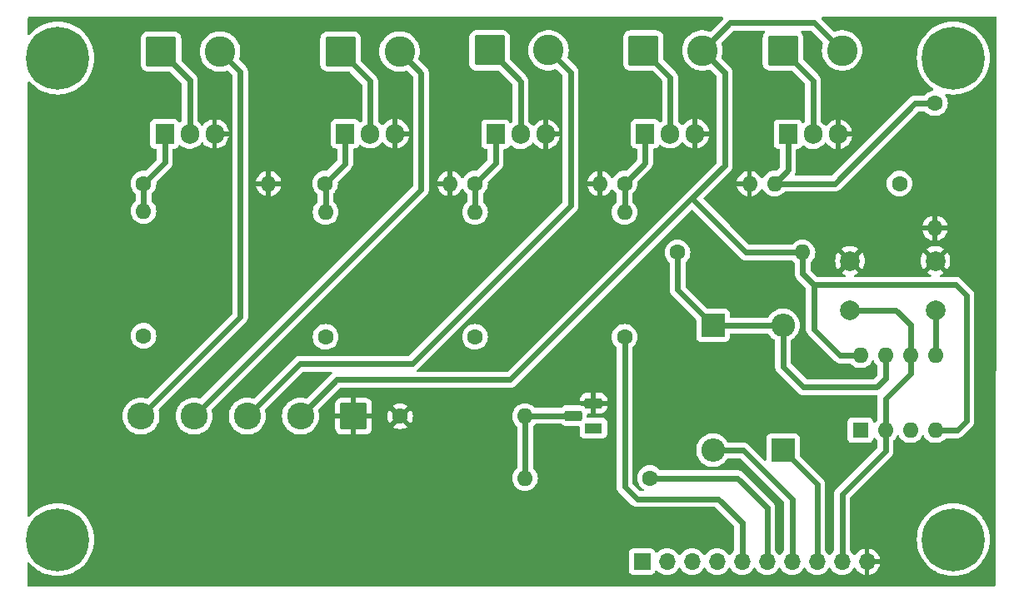
<source format=gbl>
G04 #@! TF.GenerationSoftware,KiCad,Pcbnew,8.0.7-8.0.7-0~ubuntu24.04.1*
G04 #@! TF.CreationDate,2025-01-24T13:02:35+01:00*
G04 #@! TF.ProjectId,astrobox_power_smallbox,61737472-6f62-46f7-985f-706f7765725f,1*
G04 #@! TF.SameCoordinates,Original*
G04 #@! TF.FileFunction,Copper,L2,Bot*
G04 #@! TF.FilePolarity,Positive*
%FSLAX46Y46*%
G04 Gerber Fmt 4.6, Leading zero omitted, Abs format (unit mm)*
G04 Created by KiCad (PCBNEW 8.0.7-8.0.7-0~ubuntu24.04.1) date 2025-01-24 13:02:35*
%MOMM*%
%LPD*%
G01*
G04 APERTURE LIST*
G04 Aperture macros list*
%AMRoundRect*
0 Rectangle with rounded corners*
0 $1 Rounding radius*
0 $2 $3 $4 $5 $6 $7 $8 $9 X,Y pos of 4 corners*
0 Add a 4 corners polygon primitive as box body*
4,1,4,$2,$3,$4,$5,$6,$7,$8,$9,$2,$3,0*
0 Add four circle primitives for the rounded corners*
1,1,$1+$1,$2,$3*
1,1,$1+$1,$4,$5*
1,1,$1+$1,$6,$7*
1,1,$1+$1,$8,$9*
0 Add four rect primitives between the rounded corners*
20,1,$1+$1,$2,$3,$4,$5,0*
20,1,$1+$1,$4,$5,$6,$7,0*
20,1,$1+$1,$6,$7,$8,$9,0*
20,1,$1+$1,$8,$9,$2,$3,0*%
G04 Aperture macros list end*
G04 #@! TA.AperFunction,ComponentPad*
%ADD10RoundRect,0.249999X-1.300001X-1.300001X1.300001X-1.300001X1.300001X1.300001X-1.300001X1.300001X0*%
G04 #@! TD*
G04 #@! TA.AperFunction,ComponentPad*
%ADD11C,3.100000*%
G04 #@! TD*
G04 #@! TA.AperFunction,ComponentPad*
%ADD12R,1.905000X2.000000*%
G04 #@! TD*
G04 #@! TA.AperFunction,ComponentPad*
%ADD13O,1.905000X2.000000*%
G04 #@! TD*
G04 #@! TA.AperFunction,ComponentPad*
%ADD14C,6.400000*%
G04 #@! TD*
G04 #@! TA.AperFunction,ComponentPad*
%ADD15C,1.600000*%
G04 #@! TD*
G04 #@! TA.AperFunction,ComponentPad*
%ADD16O,1.600000X1.600000*%
G04 #@! TD*
G04 #@! TA.AperFunction,ComponentPad*
%ADD17R,1.600000X1.600000*%
G04 #@! TD*
G04 #@! TA.AperFunction,ComponentPad*
%ADD18R,2.400000X2.400000*%
G04 #@! TD*
G04 #@! TA.AperFunction,ComponentPad*
%ADD19O,2.400000X2.400000*%
G04 #@! TD*
G04 #@! TA.AperFunction,ComponentPad*
%ADD20R,1.700000X1.700000*%
G04 #@! TD*
G04 #@! TA.AperFunction,ComponentPad*
%ADD21O,1.700000X1.700000*%
G04 #@! TD*
G04 #@! TA.AperFunction,ComponentPad*
%ADD22C,2.000000*%
G04 #@! TD*
G04 #@! TA.AperFunction,ComponentPad*
%ADD23RoundRect,0.250000X1.125000X1.125000X-1.125000X1.125000X-1.125000X-1.125000X1.125000X-1.125000X0*%
G04 #@! TD*
G04 #@! TA.AperFunction,ComponentPad*
%ADD24C,2.750000*%
G04 #@! TD*
G04 #@! TA.AperFunction,ComponentPad*
%ADD25R,1.800000X1.100000*%
G04 #@! TD*
G04 #@! TA.AperFunction,ComponentPad*
%ADD26RoundRect,0.275000X0.625000X-0.275000X0.625000X0.275000X-0.625000X0.275000X-0.625000X-0.275000X0*%
G04 #@! TD*
G04 #@! TA.AperFunction,Conductor*
%ADD27C,0.600000*%
G04 #@! TD*
G04 APERTURE END LIST*
D10*
X147878800Y-54203600D03*
D11*
X153878800Y-54203600D03*
D10*
X163519600Y-54223800D03*
D11*
X169519600Y-54223800D03*
D12*
X114858800Y-62707400D03*
D13*
X117398800Y-62707400D03*
X119938800Y-62707400D03*
D14*
X104000000Y-55000000D03*
D10*
X132737600Y-54325400D03*
D11*
X138737600Y-54325400D03*
D15*
X166979600Y-74777600D03*
D16*
X179679600Y-74777600D03*
D12*
X133197600Y-62687200D03*
D13*
X135737600Y-62687200D03*
X138277600Y-62687200D03*
D17*
X185572400Y-92862400D03*
D16*
X188112400Y-92862400D03*
X190652400Y-92862400D03*
X193192400Y-92862400D03*
X193192400Y-85242400D03*
X190652400Y-85242400D03*
X188112400Y-85242400D03*
X185572400Y-85242400D03*
D10*
X177698400Y-54223800D03*
D11*
X183698400Y-54223800D03*
D18*
X177698400Y-94894400D03*
D19*
X177698400Y-82194400D03*
D20*
X163372800Y-106222800D03*
D21*
X165912800Y-106222800D03*
X168452800Y-106222800D03*
X170992800Y-106222800D03*
X173532800Y-106222800D03*
X176072800Y-106222800D03*
X178612800Y-106222800D03*
X181152800Y-106222800D03*
X183692800Y-106222800D03*
X186232800Y-106222800D03*
D15*
X161594800Y-67767200D03*
D16*
X174294800Y-67767200D03*
D15*
X146405600Y-67767200D03*
D16*
X159105600Y-67767200D03*
D14*
X195000000Y-55000000D03*
D12*
X178206400Y-62738000D03*
D13*
X180746400Y-62738000D03*
X183286400Y-62738000D03*
D15*
X164185600Y-97739200D03*
D16*
X151485600Y-97739200D03*
D15*
X161594800Y-83362800D03*
D16*
X161594800Y-70662800D03*
D15*
X112725200Y-67767200D03*
D16*
X125425200Y-67767200D03*
D15*
X146405600Y-83362800D03*
D16*
X146405600Y-70662800D03*
D14*
X195000000Y-104000000D03*
D22*
X184505600Y-80630400D03*
X184505600Y-75630400D03*
D18*
X170586400Y-82194400D03*
D19*
X170586400Y-94894400D03*
D22*
X193192400Y-80630400D03*
X193192400Y-75630400D03*
D12*
X148488400Y-62738000D03*
D13*
X151028400Y-62738000D03*
X153568400Y-62738000D03*
D15*
X131216400Y-83362800D03*
D16*
X131216400Y-70662800D03*
D15*
X189534800Y-67767200D03*
D16*
X176834800Y-67767200D03*
D15*
X112725200Y-83261200D03*
D16*
X112725200Y-70561200D03*
D15*
X131165600Y-67767200D03*
D16*
X143865600Y-67767200D03*
D14*
X104000000Y-104000000D03*
D12*
X163677600Y-62687200D03*
D13*
X166217600Y-62687200D03*
X168757600Y-62687200D03*
D15*
X193141600Y-59588400D03*
D16*
X193141600Y-72288400D03*
D10*
X114503200Y-54325400D03*
D11*
X120503200Y-54325400D03*
D23*
X134061200Y-91440000D03*
D24*
X128661200Y-91440000D03*
X123261200Y-91440000D03*
X117861200Y-91440000D03*
X112461200Y-91440000D03*
D25*
X158438800Y-92659200D03*
D26*
X156368800Y-91389200D03*
X158438800Y-90119200D03*
D15*
X138785600Y-91440000D03*
D16*
X151485600Y-91440000D03*
D27*
X173939200Y-74777600D02*
X168427400Y-69265800D01*
X171754800Y-65938400D02*
X171754800Y-56459000D01*
X132369600Y-87731600D02*
X149961600Y-87731600D01*
X172333800Y-51409600D02*
X169519600Y-54223800D01*
X196342000Y-79146400D02*
X196342000Y-91948000D01*
X128661200Y-91440000D02*
X132369600Y-87731600D01*
X180884200Y-51409600D02*
X172333800Y-51409600D01*
X171754800Y-56459000D02*
X169519600Y-54223800D01*
X179679600Y-74777600D02*
X173939200Y-74777600D01*
X168427400Y-69265800D02*
X171754800Y-65938400D01*
X195275200Y-78079600D02*
X196342000Y-79146400D01*
X149961600Y-87731600D02*
X168427400Y-69265800D01*
X179679600Y-76911200D02*
X180848000Y-78079600D01*
X179679600Y-74777600D02*
X179679600Y-76911200D01*
X180848000Y-78079600D02*
X195275200Y-78079600D01*
X195427600Y-92862400D02*
X193192400Y-92862400D01*
X183698400Y-54223800D02*
X180884200Y-51409600D01*
X185572400Y-85242400D02*
X183489600Y-85242400D01*
X180848000Y-82600800D02*
X180848000Y-78079600D01*
X196342000Y-91948000D02*
X195427600Y-92862400D01*
X183489600Y-85242400D02*
X180848000Y-82600800D01*
X189139200Y-80630400D02*
X190652400Y-82143600D01*
X188112400Y-94996000D02*
X188112400Y-92862400D01*
X190652400Y-85242400D02*
X190652400Y-87071200D01*
X190652400Y-82143600D02*
X190652400Y-85242400D01*
X190652400Y-87071200D02*
X188112400Y-89611200D01*
X183692800Y-99415600D02*
X188112400Y-94996000D01*
X183692800Y-106222800D02*
X183692800Y-99415600D01*
X188112400Y-89611200D02*
X188112400Y-92862400D01*
X184505600Y-80630400D02*
X189139200Y-80630400D01*
X193192400Y-80630400D02*
X193192400Y-85242400D01*
X181152800Y-106222800D02*
X181152800Y-98348800D01*
X181152800Y-98348800D02*
X177698400Y-94894400D01*
X178612800Y-99872800D02*
X173634400Y-94894400D01*
X178612800Y-106222800D02*
X178612800Y-99872800D01*
X173634400Y-94894400D02*
X170586400Y-94894400D01*
X140919200Y-56507000D02*
X138737600Y-54325400D01*
X140919200Y-68382000D02*
X140919200Y-56507000D01*
X117861200Y-91440000D02*
X140919200Y-68382000D01*
X128595200Y-86106000D02*
X140004800Y-86106000D01*
X140004800Y-86106000D02*
X156108400Y-70002400D01*
X156108400Y-56433200D02*
X153878800Y-54203600D01*
X156108400Y-70002400D02*
X156108400Y-56433200D01*
X123261200Y-91440000D02*
X128595200Y-86106000D01*
X112461200Y-91440000D02*
X122529600Y-81371600D01*
X122529600Y-81371600D02*
X122529600Y-56351800D01*
X122529600Y-56351800D02*
X120503200Y-54325400D01*
X162864800Y-99872800D02*
X161594800Y-98602800D01*
X161594800Y-98602800D02*
X161594800Y-83362800D01*
X173532800Y-106222800D02*
X173532800Y-102260400D01*
X171145200Y-99872800D02*
X162864800Y-99872800D01*
X173532800Y-102260400D02*
X171145200Y-99872800D01*
X117398800Y-62707400D02*
X117398800Y-57221000D01*
X117398800Y-57221000D02*
X114503200Y-54325400D01*
X135737600Y-62687200D02*
X135737600Y-57325400D01*
X135737600Y-57325400D02*
X132737600Y-54325400D01*
X151028400Y-57353200D02*
X147878800Y-54203600D01*
X151028400Y-62738000D02*
X151028400Y-57353200D01*
X166217600Y-56921800D02*
X163519600Y-54223800D01*
X166217600Y-62687200D02*
X166217600Y-56921800D01*
X180746400Y-62738000D02*
X180746400Y-57271800D01*
X180746400Y-57271800D02*
X177698400Y-54223800D01*
X179781200Y-88493600D02*
X177698400Y-86410800D01*
X187198000Y-88493600D02*
X179781200Y-88493600D01*
X170586400Y-82194400D02*
X177698400Y-82194400D01*
X166979600Y-74777600D02*
X166979600Y-78587600D01*
X188112400Y-87579200D02*
X187198000Y-88493600D01*
X166979600Y-78587600D02*
X170586400Y-82194400D01*
X177698400Y-86410800D02*
X177698400Y-82194400D01*
X188112400Y-85242400D02*
X188112400Y-87579200D01*
X151485600Y-97739200D02*
X151485600Y-91440000D01*
X156768800Y-91389200D02*
X151536400Y-91389200D01*
X151536400Y-91389200D02*
X151485600Y-91440000D01*
X182930800Y-67767200D02*
X191109600Y-59588400D01*
X176834800Y-67767200D02*
X182930800Y-67767200D01*
X178206400Y-62738000D02*
X178206400Y-66395600D01*
X178206400Y-66395600D02*
X176834800Y-67767200D01*
X191109600Y-59588400D02*
X193141600Y-59588400D01*
X164185600Y-97739200D02*
X173075600Y-97739200D01*
X176072800Y-100736400D02*
X176072800Y-106222800D01*
X173075600Y-97739200D02*
X176072800Y-100736400D01*
X114858800Y-65633600D02*
X112725200Y-67767200D01*
X112725200Y-70561200D02*
X112725200Y-67767200D01*
X114858800Y-62707400D02*
X114858800Y-65633600D01*
X133197600Y-65735200D02*
X131165600Y-67767200D01*
X131216400Y-67818000D02*
X131165600Y-67767200D01*
X131216400Y-70662800D02*
X131216400Y-67818000D01*
X133197600Y-62687200D02*
X133197600Y-65735200D01*
X148488400Y-62738000D02*
X148488400Y-65684400D01*
X146405600Y-70662800D02*
X146405600Y-67767200D01*
X148488400Y-65684400D02*
X146405600Y-67767200D01*
X163677600Y-62687200D02*
X163677600Y-65684400D01*
X163677600Y-65684400D02*
X161594800Y-67767200D01*
X161594800Y-70662800D02*
X161594800Y-67767200D01*
G04 #@! TA.AperFunction,Conductor*
G36*
X171578999Y-50819685D02*
G01*
X171624754Y-50872489D01*
X171634698Y-50941647D01*
X171605673Y-51005203D01*
X171599641Y-51011681D01*
X170348608Y-52262712D01*
X170287285Y-52296197D01*
X170217593Y-52291213D01*
X170211530Y-52288767D01*
X170207878Y-52287181D01*
X170207876Y-52287180D01*
X170207875Y-52287180D01*
X170120548Y-52262712D01*
X169937766Y-52211498D01*
X169937762Y-52211497D01*
X169937761Y-52211497D01*
X169790796Y-52191297D01*
X169659859Y-52173300D01*
X169659858Y-52173300D01*
X169379342Y-52173300D01*
X169379341Y-52173300D01*
X169101439Y-52211497D01*
X169101433Y-52211498D01*
X168831323Y-52287180D01*
X168574033Y-52398936D01*
X168334357Y-52544686D01*
X168116754Y-52721719D01*
X167925292Y-52926725D01*
X167925292Y-52926726D01*
X167763519Y-53155903D01*
X167634463Y-53404971D01*
X167540526Y-53669283D01*
X167540521Y-53669300D01*
X167483452Y-53943935D01*
X167483451Y-53943937D01*
X167464309Y-54223800D01*
X167483451Y-54503662D01*
X167483452Y-54503664D01*
X167540521Y-54778299D01*
X167540526Y-54778316D01*
X167627284Y-55022428D01*
X167634464Y-55042630D01*
X167763519Y-55291696D01*
X167925288Y-55520869D01*
X167925292Y-55520873D01*
X167925292Y-55520874D01*
X168116754Y-55725880D01*
X168116755Y-55725881D01*
X168334354Y-55902911D01*
X168334356Y-55902912D01*
X168334357Y-55902913D01*
X168574033Y-56048663D01*
X168756258Y-56127814D01*
X168831325Y-56160420D01*
X169101439Y-56236103D01*
X169345759Y-56269684D01*
X169379341Y-56274300D01*
X169379342Y-56274300D01*
X169659859Y-56274300D01*
X169689819Y-56270181D01*
X169937761Y-56236103D01*
X170207875Y-56160420D01*
X170211519Y-56158836D01*
X170280849Y-56150179D01*
X170343855Y-56180378D01*
X170348609Y-56184887D01*
X170917981Y-56754259D01*
X170951466Y-56815582D01*
X170954300Y-56841940D01*
X170954300Y-65555460D01*
X170934615Y-65622499D01*
X170917981Y-65643141D01*
X149666341Y-86894781D01*
X149605018Y-86928266D01*
X149578660Y-86931100D01*
X140611141Y-86931100D01*
X140544102Y-86911415D01*
X140498347Y-86858611D01*
X140488403Y-86789453D01*
X140517428Y-86725897D01*
X140523460Y-86719419D01*
X143880081Y-83362798D01*
X145100132Y-83362798D01*
X145100132Y-83362801D01*
X145119964Y-83589486D01*
X145119966Y-83589497D01*
X145178858Y-83809288D01*
X145178861Y-83809297D01*
X145275031Y-84015532D01*
X145275032Y-84015534D01*
X145405554Y-84201941D01*
X145566458Y-84362845D01*
X145566461Y-84362847D01*
X145752866Y-84493368D01*
X145959104Y-84589539D01*
X145959109Y-84589540D01*
X145959111Y-84589541D01*
X146012015Y-84603716D01*
X146178908Y-84648435D01*
X146340830Y-84662601D01*
X146405598Y-84668268D01*
X146405600Y-84668268D01*
X146405602Y-84668268D01*
X146462273Y-84663309D01*
X146632292Y-84648435D01*
X146852096Y-84589539D01*
X147058334Y-84493368D01*
X147244739Y-84362847D01*
X147405647Y-84201939D01*
X147536168Y-84015534D01*
X147632339Y-83809296D01*
X147691235Y-83589492D01*
X147711068Y-83362800D01*
X147710322Y-83354278D01*
X147692889Y-83155012D01*
X147691235Y-83136108D01*
X147632339Y-82916304D01*
X147536168Y-82710066D01*
X147405647Y-82523661D01*
X147405645Y-82523658D01*
X147244741Y-82362754D01*
X147058334Y-82232232D01*
X147058332Y-82232231D01*
X146852097Y-82136061D01*
X146852088Y-82136058D01*
X146632297Y-82077166D01*
X146632293Y-82077165D01*
X146632292Y-82077165D01*
X146632291Y-82077164D01*
X146632286Y-82077164D01*
X146405602Y-82057332D01*
X146405598Y-82057332D01*
X146178913Y-82077164D01*
X146178902Y-82077166D01*
X145959111Y-82136058D01*
X145959102Y-82136061D01*
X145752867Y-82232231D01*
X145752865Y-82232232D01*
X145566458Y-82362754D01*
X145405554Y-82523658D01*
X145275032Y-82710065D01*
X145275031Y-82710067D01*
X145178861Y-82916302D01*
X145178858Y-82916311D01*
X145119966Y-83136102D01*
X145119964Y-83136113D01*
X145100132Y-83362798D01*
X143880081Y-83362798D01*
X156730186Y-70512692D01*
X156730189Y-70512689D01*
X156817794Y-70381579D01*
X156878138Y-70235897D01*
X156908900Y-70081242D01*
X156908900Y-69923557D01*
X156908900Y-67517199D01*
X157826727Y-67517199D01*
X157826728Y-67517200D01*
X158789914Y-67517200D01*
X158785520Y-67521594D01*
X158732859Y-67612806D01*
X158705600Y-67714539D01*
X158705600Y-67819861D01*
X158732859Y-67921594D01*
X158785520Y-68012806D01*
X158789914Y-68017200D01*
X157826728Y-68017200D01*
X157879330Y-68213517D01*
X157879334Y-68213526D01*
X157975465Y-68419682D01*
X158105942Y-68606020D01*
X158266779Y-68766857D01*
X158453117Y-68897334D01*
X158659273Y-68993465D01*
X158659282Y-68993469D01*
X158855599Y-69046072D01*
X158855600Y-69046071D01*
X158855600Y-68082886D01*
X158859994Y-68087280D01*
X158951206Y-68139941D01*
X159052939Y-68167200D01*
X159158261Y-68167200D01*
X159259994Y-68139941D01*
X159351206Y-68087280D01*
X159355600Y-68082886D01*
X159355600Y-69046072D01*
X159551917Y-68993469D01*
X159551926Y-68993465D01*
X159758082Y-68897334D01*
X159944420Y-68766857D01*
X160105257Y-68606020D01*
X160235732Y-68419684D01*
X160237539Y-68415810D01*
X160283709Y-68363368D01*
X160350902Y-68344213D01*
X160417784Y-68364425D01*
X160462304Y-68415800D01*
X160464229Y-68419929D01*
X160464232Y-68419934D01*
X160594754Y-68606341D01*
X160757981Y-68769568D01*
X160791466Y-68830891D01*
X160794300Y-68857249D01*
X160794300Y-69572751D01*
X160774615Y-69639790D01*
X160757981Y-69660432D01*
X160594754Y-69823658D01*
X160464232Y-70010065D01*
X160464231Y-70010067D01*
X160368061Y-70216302D01*
X160368058Y-70216311D01*
X160309166Y-70436102D01*
X160309164Y-70436113D01*
X160289332Y-70662798D01*
X160289332Y-70662801D01*
X160309164Y-70889486D01*
X160309166Y-70889497D01*
X160368058Y-71109288D01*
X160368061Y-71109297D01*
X160464231Y-71315532D01*
X160464232Y-71315534D01*
X160594754Y-71501941D01*
X160755658Y-71662845D01*
X160755661Y-71662847D01*
X160942066Y-71793368D01*
X161148304Y-71889539D01*
X161368108Y-71948435D01*
X161530030Y-71962601D01*
X161594798Y-71968268D01*
X161594800Y-71968268D01*
X161594802Y-71968268D01*
X161651473Y-71963309D01*
X161821492Y-71948435D01*
X162041296Y-71889539D01*
X162247534Y-71793368D01*
X162433939Y-71662847D01*
X162594847Y-71501939D01*
X162725368Y-71315534D01*
X162821539Y-71109296D01*
X162880435Y-70889492D01*
X162900268Y-70662800D01*
X162880435Y-70436108D01*
X162821539Y-70216304D01*
X162725368Y-70010066D01*
X162594847Y-69823661D01*
X162594845Y-69823658D01*
X162431619Y-69660432D01*
X162398134Y-69599109D01*
X162395300Y-69572751D01*
X162395300Y-68857249D01*
X162414985Y-68790210D01*
X162431619Y-68769568D01*
X162594845Y-68606341D01*
X162594847Y-68606339D01*
X162725368Y-68419934D01*
X162821539Y-68213696D01*
X162880435Y-67993892D01*
X162900268Y-67767200D01*
X162891357Y-67665358D01*
X162905123Y-67596862D01*
X162927201Y-67566875D01*
X164299389Y-66194689D01*
X164386994Y-66063579D01*
X164447337Y-65917897D01*
X164478100Y-65763242D01*
X164478100Y-65605558D01*
X164478100Y-64311699D01*
X164497785Y-64244660D01*
X164550589Y-64198905D01*
X164602100Y-64187699D01*
X164677971Y-64187699D01*
X164677972Y-64187699D01*
X164737583Y-64181291D01*
X164872431Y-64130996D01*
X164987646Y-64044746D01*
X165073896Y-63929531D01*
X165084290Y-63901660D01*
X165126160Y-63845727D01*
X165191623Y-63821308D01*
X165259897Y-63836158D01*
X165273346Y-63844665D01*
X165456062Y-63977417D01*
X165658927Y-64080782D01*
X165659844Y-64081249D01*
X165877351Y-64151921D01*
X165877352Y-64151921D01*
X165877355Y-64151922D01*
X166103246Y-64187700D01*
X166103247Y-64187700D01*
X166331953Y-64187700D01*
X166331954Y-64187700D01*
X166557845Y-64151922D01*
X166557848Y-64151921D01*
X166557849Y-64151921D01*
X166775355Y-64081249D01*
X166775355Y-64081248D01*
X166775358Y-64081248D01*
X166979138Y-63977417D01*
X167164166Y-63842986D01*
X167325886Y-63681266D01*
X167387592Y-63596334D01*
X167442919Y-63553670D01*
X167512532Y-63547691D01*
X167574327Y-63580296D01*
X167588226Y-63596335D01*
X167649697Y-63680941D01*
X167649697Y-63680942D01*
X167811357Y-63842602D01*
X167996323Y-63976988D01*
X168200029Y-64080782D01*
X168417471Y-64151434D01*
X168507600Y-64165709D01*
X168507600Y-63177947D01*
X168545308Y-63199718D01*
X168685191Y-63237200D01*
X168830009Y-63237200D01*
X168969892Y-63199718D01*
X169007600Y-63177947D01*
X169007600Y-64165708D01*
X169097728Y-64151434D01*
X169315170Y-64080782D01*
X169518876Y-63976988D01*
X169703842Y-63842602D01*
X169865502Y-63680942D01*
X169999888Y-63495976D01*
X170103682Y-63292270D01*
X170174334Y-63074828D01*
X170196132Y-62937200D01*
X169248348Y-62937200D01*
X169270118Y-62899492D01*
X169307600Y-62759609D01*
X169307600Y-62614791D01*
X169270118Y-62474908D01*
X169248348Y-62437200D01*
X170196132Y-62437200D01*
X170174334Y-62299571D01*
X170103682Y-62082129D01*
X169999888Y-61878423D01*
X169865502Y-61693457D01*
X169703842Y-61531797D01*
X169518876Y-61397411D01*
X169315168Y-61293617D01*
X169097724Y-61222965D01*
X169007600Y-61208690D01*
X169007600Y-62196452D01*
X168969892Y-62174682D01*
X168830009Y-62137200D01*
X168685191Y-62137200D01*
X168545308Y-62174682D01*
X168507600Y-62196452D01*
X168507600Y-61208690D01*
X168507599Y-61208690D01*
X168417475Y-61222965D01*
X168200031Y-61293617D01*
X167996323Y-61397411D01*
X167811357Y-61531797D01*
X167649697Y-61693457D01*
X167588227Y-61778064D01*
X167532897Y-61820729D01*
X167463284Y-61826708D01*
X167401489Y-61794102D01*
X167387591Y-61778064D01*
X167325886Y-61693134D01*
X167164166Y-61531414D01*
X167069213Y-61462426D01*
X167026549Y-61407096D01*
X167018100Y-61362109D01*
X167018100Y-56842961D01*
X167018099Y-56842954D01*
X167018090Y-56842911D01*
X167017149Y-56838179D01*
X166987337Y-56688303D01*
X166968906Y-56643806D01*
X166950434Y-56599211D01*
X166926997Y-56542627D01*
X166926990Y-56542614D01*
X166839390Y-56411512D01*
X166793276Y-56365398D01*
X166727889Y-56300011D01*
X165606419Y-55178541D01*
X165572934Y-55117218D01*
X165570100Y-55090860D01*
X165570100Y-52873795D01*
X165570099Y-52873782D01*
X165569978Y-52872602D01*
X165559599Y-52771002D01*
X165504414Y-52604465D01*
X165412312Y-52455144D01*
X165288256Y-52331088D01*
X165184684Y-52267204D01*
X165138937Y-52238987D01*
X165138932Y-52238985D01*
X165111168Y-52229785D01*
X164972398Y-52183801D01*
X164972396Y-52183800D01*
X164869617Y-52173300D01*
X164869610Y-52173300D01*
X162169590Y-52173300D01*
X162169582Y-52173300D01*
X162066803Y-52183800D01*
X162066802Y-52183801D01*
X162044181Y-52191297D01*
X161900267Y-52238985D01*
X161900262Y-52238987D01*
X161750942Y-52331089D01*
X161626889Y-52455142D01*
X161534787Y-52604462D01*
X161534785Y-52604467D01*
X161520928Y-52646286D01*
X161479601Y-52771002D01*
X161479601Y-52771003D01*
X161479600Y-52771003D01*
X161469100Y-52873782D01*
X161469100Y-55573817D01*
X161479600Y-55676596D01*
X161510695Y-55770433D01*
X161534786Y-55843135D01*
X161626888Y-55992456D01*
X161750944Y-56116512D01*
X161900265Y-56208614D01*
X162066802Y-56263799D01*
X162169590Y-56274300D01*
X164386660Y-56274300D01*
X164453699Y-56293985D01*
X164474341Y-56310619D01*
X165380781Y-57217059D01*
X165414266Y-57278382D01*
X165417100Y-57304740D01*
X165417100Y-61362109D01*
X165397415Y-61429148D01*
X165365986Y-61462426D01*
X165281875Y-61523538D01*
X165273359Y-61529725D01*
X165207552Y-61553205D01*
X165139499Y-61537380D01*
X165090804Y-61487274D01*
X165084290Y-61472738D01*
X165080444Y-61462427D01*
X165073896Y-61444869D01*
X165073893Y-61444864D01*
X164987647Y-61329655D01*
X164987644Y-61329652D01*
X164872435Y-61243406D01*
X164872428Y-61243402D01*
X164737582Y-61193108D01*
X164737583Y-61193108D01*
X164677983Y-61186701D01*
X164677981Y-61186700D01*
X164677973Y-61186700D01*
X164677964Y-61186700D01*
X162677229Y-61186700D01*
X162677223Y-61186701D01*
X162617616Y-61193108D01*
X162482771Y-61243402D01*
X162482764Y-61243406D01*
X162367555Y-61329652D01*
X162367552Y-61329655D01*
X162281306Y-61444864D01*
X162281302Y-61444871D01*
X162231008Y-61579717D01*
X162224601Y-61639316D01*
X162224600Y-61639335D01*
X162224600Y-63735070D01*
X162224601Y-63735076D01*
X162231008Y-63794683D01*
X162281302Y-63929528D01*
X162281306Y-63929535D01*
X162367552Y-64044744D01*
X162367555Y-64044747D01*
X162482764Y-64130993D01*
X162482771Y-64130997D01*
X162485592Y-64132049D01*
X162617617Y-64181291D01*
X162677227Y-64187700D01*
X162753100Y-64187699D01*
X162820138Y-64207383D01*
X162865894Y-64260186D01*
X162877100Y-64311699D01*
X162877100Y-65301459D01*
X162857415Y-65368498D01*
X162840781Y-65389140D01*
X161795126Y-66434794D01*
X161733803Y-66468279D01*
X161696638Y-66470641D01*
X161594802Y-66461732D01*
X161594798Y-66461732D01*
X161368113Y-66481564D01*
X161368102Y-66481566D01*
X161148311Y-66540458D01*
X161148302Y-66540461D01*
X160942067Y-66636631D01*
X160942065Y-66636632D01*
X160755658Y-66767154D01*
X160594754Y-66928058D01*
X160464232Y-67114465D01*
X160464230Y-67114470D01*
X160462302Y-67118604D01*
X160416125Y-67171039D01*
X160348930Y-67190186D01*
X160282051Y-67169965D01*
X160237542Y-67118594D01*
X160235735Y-67114720D01*
X160235734Y-67114718D01*
X160105257Y-66928379D01*
X159944420Y-66767542D01*
X159758082Y-66637065D01*
X159551928Y-66540934D01*
X159355600Y-66488327D01*
X159355600Y-67451514D01*
X159351206Y-67447120D01*
X159259994Y-67394459D01*
X159158261Y-67367200D01*
X159052939Y-67367200D01*
X158951206Y-67394459D01*
X158859994Y-67447120D01*
X158855600Y-67451514D01*
X158855600Y-66488327D01*
X158659271Y-66540934D01*
X158453117Y-66637065D01*
X158266779Y-66767542D01*
X158105942Y-66928379D01*
X157975465Y-67114717D01*
X157879334Y-67320873D01*
X157879330Y-67320882D01*
X157826727Y-67517199D01*
X156908900Y-67517199D01*
X156908900Y-56354358D01*
X156898090Y-56300011D01*
X156878138Y-56199703D01*
X156817794Y-56054021D01*
X156817792Y-56054018D01*
X156817790Y-56054014D01*
X156730189Y-55922911D01*
X156730186Y-55922907D01*
X155836574Y-55029296D01*
X155803089Y-54967973D01*
X155807414Y-54900092D01*
X155857875Y-54758111D01*
X155857876Y-54758103D01*
X155857878Y-54758099D01*
X155889637Y-54605264D01*
X155914948Y-54483462D01*
X155934091Y-54203600D01*
X155914948Y-53923738D01*
X155883188Y-53770900D01*
X155857878Y-53649100D01*
X155857873Y-53649083D01*
X155802332Y-53492806D01*
X155763936Y-53384770D01*
X155634881Y-53135704D01*
X155473112Y-52906531D01*
X155473107Y-52906525D01*
X155281645Y-52701519D01*
X155213758Y-52646289D01*
X155064046Y-52524489D01*
X155064044Y-52524488D01*
X155064042Y-52524486D01*
X154824366Y-52378736D01*
X154567076Y-52266980D01*
X154296966Y-52191298D01*
X154296962Y-52191297D01*
X154296961Y-52191297D01*
X154158009Y-52172198D01*
X154019059Y-52153100D01*
X154019058Y-52153100D01*
X153738542Y-52153100D01*
X153738541Y-52153100D01*
X153460639Y-52191297D01*
X153460633Y-52191298D01*
X153190523Y-52266980D01*
X152933233Y-52378736D01*
X152693557Y-52524486D01*
X152475954Y-52701519D01*
X152284492Y-52906525D01*
X152284492Y-52906526D01*
X152284489Y-52906528D01*
X152284488Y-52906531D01*
X152235887Y-52975382D01*
X152122719Y-53135703D01*
X151993663Y-53384771D01*
X151899726Y-53649083D01*
X151899721Y-53649100D01*
X151842652Y-53923735D01*
X151842651Y-53923737D01*
X151823509Y-54203600D01*
X151842651Y-54483462D01*
X151842652Y-54483464D01*
X151899721Y-54758099D01*
X151899726Y-54758116D01*
X151993663Y-55022428D01*
X151993664Y-55022430D01*
X152122719Y-55271496D01*
X152284488Y-55500669D01*
X152284492Y-55500673D01*
X152284492Y-55500674D01*
X152448793Y-55676598D01*
X152475955Y-55705681D01*
X152693554Y-55882711D01*
X152693556Y-55882712D01*
X152693557Y-55882713D01*
X152933233Y-56028463D01*
X153135939Y-56116510D01*
X153190525Y-56140220D01*
X153460639Y-56215903D01*
X153704959Y-56249484D01*
X153738541Y-56254100D01*
X153738542Y-56254100D01*
X154019059Y-56254100D01*
X154049019Y-56249981D01*
X154296961Y-56215903D01*
X154567075Y-56140220D01*
X154570719Y-56138636D01*
X154640049Y-56129979D01*
X154703055Y-56160178D01*
X154707809Y-56164687D01*
X155271581Y-56728459D01*
X155305066Y-56789782D01*
X155307900Y-56816140D01*
X155307900Y-69619460D01*
X155288215Y-69686499D01*
X155271581Y-69707141D01*
X139709541Y-85269181D01*
X139648218Y-85302666D01*
X139621860Y-85305500D01*
X128516355Y-85305500D01*
X128437218Y-85321242D01*
X128437217Y-85321242D01*
X128361710Y-85336261D01*
X128361698Y-85336264D01*
X128216027Y-85396602D01*
X128216014Y-85396609D01*
X128107538Y-85469092D01*
X128107537Y-85469093D01*
X128084908Y-85484212D01*
X123950937Y-89618183D01*
X123889614Y-89651668D01*
X123819925Y-89646685D01*
X123806785Y-89641784D01*
X123790939Y-89635874D01*
X123790937Y-89635873D01*
X123790933Y-89635872D01*
X123528801Y-89578849D01*
X123528794Y-89578848D01*
X123261201Y-89559709D01*
X123261199Y-89559709D01*
X122993605Y-89578848D01*
X122993598Y-89578849D01*
X122731465Y-89635872D01*
X122480097Y-89729627D01*
X122480093Y-89729629D01*
X122244643Y-89858195D01*
X122244635Y-89858200D01*
X122029878Y-90018964D01*
X122029860Y-90018980D01*
X121840180Y-90208660D01*
X121840164Y-90208678D01*
X121679400Y-90423435D01*
X121679395Y-90423443D01*
X121550829Y-90658893D01*
X121550827Y-90658897D01*
X121457072Y-90910265D01*
X121400049Y-91172398D01*
X121400048Y-91172405D01*
X121380909Y-91439998D01*
X121380909Y-91440001D01*
X121400048Y-91707594D01*
X121400049Y-91707601D01*
X121457072Y-91969734D01*
X121550827Y-92221102D01*
X121550829Y-92221106D01*
X121679395Y-92456556D01*
X121679400Y-92456564D01*
X121840164Y-92671321D01*
X121840180Y-92671339D01*
X122029860Y-92861019D01*
X122029878Y-92861035D01*
X122244635Y-93021799D01*
X122244643Y-93021804D01*
X122480093Y-93150370D01*
X122480097Y-93150372D01*
X122480099Y-93150373D01*
X122731461Y-93244126D01*
X122731464Y-93244126D01*
X122731465Y-93244127D01*
X122810271Y-93261270D01*
X122993607Y-93301152D01*
X123240585Y-93318816D01*
X123261199Y-93320291D01*
X123261200Y-93320291D01*
X123261201Y-93320291D01*
X123280340Y-93318922D01*
X123528793Y-93301152D01*
X123790939Y-93244126D01*
X124042301Y-93150373D01*
X124277762Y-93021801D01*
X124492529Y-92861029D01*
X124682229Y-92671329D01*
X124843001Y-92456562D01*
X124971573Y-92221101D01*
X125065326Y-91969739D01*
X125122352Y-91707593D01*
X125141491Y-91440000D01*
X125122352Y-91172407D01*
X125065326Y-90910261D01*
X125054514Y-90881275D01*
X125049530Y-90811585D01*
X125083011Y-90750265D01*
X128890459Y-86942819D01*
X128951782Y-86909334D01*
X128978140Y-86906500D01*
X131763259Y-86906500D01*
X131830298Y-86926185D01*
X131876053Y-86978989D01*
X131885997Y-87048147D01*
X131856972Y-87111703D01*
X131850940Y-87118181D01*
X129350937Y-89618183D01*
X129289614Y-89651668D01*
X129219925Y-89646685D01*
X129206785Y-89641784D01*
X129190939Y-89635874D01*
X129190937Y-89635873D01*
X129190933Y-89635872D01*
X128928801Y-89578849D01*
X128928794Y-89578848D01*
X128661201Y-89559709D01*
X128661199Y-89559709D01*
X128393605Y-89578848D01*
X128393598Y-89578849D01*
X128131465Y-89635872D01*
X127880097Y-89729627D01*
X127880093Y-89729629D01*
X127644643Y-89858195D01*
X127644635Y-89858200D01*
X127429878Y-90018964D01*
X127429860Y-90018980D01*
X127240180Y-90208660D01*
X127240164Y-90208678D01*
X127079400Y-90423435D01*
X127079395Y-90423443D01*
X126950829Y-90658893D01*
X126950827Y-90658897D01*
X126857072Y-90910265D01*
X126800049Y-91172398D01*
X126800048Y-91172405D01*
X126780909Y-91439998D01*
X126780909Y-91440001D01*
X126800048Y-91707594D01*
X126800049Y-91707601D01*
X126857072Y-91969734D01*
X126950827Y-92221102D01*
X126950829Y-92221106D01*
X127079395Y-92456556D01*
X127079400Y-92456564D01*
X127240164Y-92671321D01*
X127240180Y-92671339D01*
X127429860Y-92861019D01*
X127429878Y-92861035D01*
X127644635Y-93021799D01*
X127644643Y-93021804D01*
X127880093Y-93150370D01*
X127880097Y-93150372D01*
X127880099Y-93150373D01*
X128131461Y-93244126D01*
X128131464Y-93244126D01*
X128131465Y-93244127D01*
X128210271Y-93261270D01*
X128393607Y-93301152D01*
X128640585Y-93318816D01*
X128661199Y-93320291D01*
X128661200Y-93320291D01*
X128661201Y-93320291D01*
X128680340Y-93318922D01*
X128928793Y-93301152D01*
X129190939Y-93244126D01*
X129442301Y-93150373D01*
X129677762Y-93021801D01*
X129892529Y-92861029D01*
X130082229Y-92671329D01*
X130243001Y-92456562D01*
X130371573Y-92221101D01*
X130465326Y-91969739D01*
X130522352Y-91707593D01*
X130541491Y-91440000D01*
X130522352Y-91172407D01*
X130465326Y-90910261D01*
X130454514Y-90881275D01*
X130449530Y-90811585D01*
X130483011Y-90750265D01*
X130968263Y-90265013D01*
X132186200Y-90265013D01*
X132186200Y-91190000D01*
X133218786Y-91190000D01*
X133186200Y-91353820D01*
X133186200Y-91526180D01*
X133218786Y-91690000D01*
X132186201Y-91690000D01*
X132186201Y-92614986D01*
X132196694Y-92717697D01*
X132251841Y-92884119D01*
X132251843Y-92884124D01*
X132343884Y-93033345D01*
X132467854Y-93157315D01*
X132617075Y-93249356D01*
X132617080Y-93249358D01*
X132783502Y-93304505D01*
X132783509Y-93304506D01*
X132886219Y-93314999D01*
X133811199Y-93314999D01*
X133811200Y-93314998D01*
X133811200Y-92282413D01*
X133975020Y-92315000D01*
X134147380Y-92315000D01*
X134311200Y-92282413D01*
X134311200Y-93314999D01*
X135236172Y-93314999D01*
X135236186Y-93314998D01*
X135338897Y-93304505D01*
X135505319Y-93249358D01*
X135505324Y-93249356D01*
X135654545Y-93157315D01*
X135778515Y-93033345D01*
X135870556Y-92884124D01*
X135870558Y-92884119D01*
X135925705Y-92717697D01*
X135925706Y-92717690D01*
X135936199Y-92614986D01*
X135936200Y-92614973D01*
X135936200Y-91690000D01*
X134903614Y-91690000D01*
X134936200Y-91526180D01*
X134936200Y-91439997D01*
X137480634Y-91439997D01*
X137480634Y-91440002D01*
X137500458Y-91666599D01*
X137500460Y-91666610D01*
X137559330Y-91886317D01*
X137559335Y-91886331D01*
X137655463Y-92092478D01*
X137706574Y-92165472D01*
X138385600Y-91486446D01*
X138385600Y-91492661D01*
X138412859Y-91594394D01*
X138465520Y-91685606D01*
X138539994Y-91760080D01*
X138631206Y-91812741D01*
X138732939Y-91840000D01*
X138739153Y-91840000D01*
X138060126Y-92519025D01*
X138133113Y-92570132D01*
X138133121Y-92570136D01*
X138339268Y-92666264D01*
X138339282Y-92666269D01*
X138558989Y-92725139D01*
X138559000Y-92725141D01*
X138785598Y-92744966D01*
X138785602Y-92744966D01*
X139012199Y-92725141D01*
X139012210Y-92725139D01*
X139231917Y-92666269D01*
X139231931Y-92666264D01*
X139438078Y-92570136D01*
X139511071Y-92519024D01*
X138832047Y-91840000D01*
X138838261Y-91840000D01*
X138939994Y-91812741D01*
X139031206Y-91760080D01*
X139105680Y-91685606D01*
X139158341Y-91594394D01*
X139185600Y-91492661D01*
X139185600Y-91486447D01*
X139864624Y-92165471D01*
X139915736Y-92092478D01*
X140011864Y-91886331D01*
X140011869Y-91886317D01*
X140070739Y-91666610D01*
X140070741Y-91666599D01*
X140090566Y-91440002D01*
X140090566Y-91439998D01*
X150180132Y-91439998D01*
X150180132Y-91440001D01*
X150199964Y-91666686D01*
X150199966Y-91666697D01*
X150258858Y-91886488D01*
X150258861Y-91886497D01*
X150355031Y-92092732D01*
X150355032Y-92092734D01*
X150485554Y-92279141D01*
X150648781Y-92442368D01*
X150682266Y-92503691D01*
X150685100Y-92530049D01*
X150685100Y-96649151D01*
X150665415Y-96716190D01*
X150648781Y-96736832D01*
X150485554Y-96900058D01*
X150355032Y-97086465D01*
X150355031Y-97086467D01*
X150258861Y-97292702D01*
X150258858Y-97292711D01*
X150199966Y-97512502D01*
X150199964Y-97512513D01*
X150180132Y-97739198D01*
X150180132Y-97739201D01*
X150199964Y-97965886D01*
X150199966Y-97965897D01*
X150258858Y-98185688D01*
X150258861Y-98185697D01*
X150355031Y-98391932D01*
X150355032Y-98391934D01*
X150485554Y-98578341D01*
X150646458Y-98739245D01*
X150646461Y-98739247D01*
X150832866Y-98869768D01*
X151039104Y-98965939D01*
X151039109Y-98965940D01*
X151039111Y-98965941D01*
X151092015Y-98980116D01*
X151258908Y-99024835D01*
X151420830Y-99039001D01*
X151485598Y-99044668D01*
X151485600Y-99044668D01*
X151485602Y-99044668D01*
X151542273Y-99039709D01*
X151712292Y-99024835D01*
X151932096Y-98965939D01*
X152138334Y-98869768D01*
X152324739Y-98739247D01*
X152485647Y-98578339D01*
X152616168Y-98391934D01*
X152712339Y-98185696D01*
X152771235Y-97965892D01*
X152791068Y-97739200D01*
X152790001Y-97727009D01*
X152771235Y-97512513D01*
X152771235Y-97512508D01*
X152712339Y-97292704D01*
X152616168Y-97086466D01*
X152498919Y-96919015D01*
X152485645Y-96900058D01*
X152322419Y-96736832D01*
X152288934Y-96675509D01*
X152286100Y-96649151D01*
X152286100Y-92530049D01*
X152305785Y-92463010D01*
X152322419Y-92442368D01*
X152485645Y-92279141D01*
X152485647Y-92279139D01*
X152511248Y-92242577D01*
X152565824Y-92198952D01*
X152612823Y-92189700D01*
X155121215Y-92189700D01*
X155188254Y-92209385D01*
X155208896Y-92226019D01*
X155257224Y-92274347D01*
X155405194Y-92367322D01*
X155570143Y-92425041D01*
X155570149Y-92425041D01*
X155570151Y-92425042D01*
X155611550Y-92429706D01*
X155700242Y-92439699D01*
X155700245Y-92439700D01*
X156914300Y-92439700D01*
X156981339Y-92459385D01*
X157027094Y-92512189D01*
X157038300Y-92563700D01*
X157038300Y-93257070D01*
X157038301Y-93257076D01*
X157044708Y-93316683D01*
X157095002Y-93451528D01*
X157095006Y-93451535D01*
X157181252Y-93566744D01*
X157181255Y-93566747D01*
X157296464Y-93652993D01*
X157296471Y-93652997D01*
X157431317Y-93703291D01*
X157431316Y-93703291D01*
X157438244Y-93704035D01*
X157490927Y-93709700D01*
X159386672Y-93709699D01*
X159446283Y-93703291D01*
X159581131Y-93652996D01*
X159696346Y-93566746D01*
X159782596Y-93451531D01*
X159832891Y-93316683D01*
X159839300Y-93257073D01*
X159839299Y-92061328D01*
X159832891Y-92001717D01*
X159828517Y-91989991D01*
X159782597Y-91866871D01*
X159782593Y-91866864D01*
X159696347Y-91751655D01*
X159696344Y-91751652D01*
X159581135Y-91665406D01*
X159581128Y-91665402D01*
X159446282Y-91615108D01*
X159446283Y-91615108D01*
X159386683Y-91608701D01*
X159386681Y-91608700D01*
X159386673Y-91608700D01*
X159386665Y-91608700D01*
X157893300Y-91608700D01*
X157826261Y-91589015D01*
X157780506Y-91536211D01*
X157769300Y-91484700D01*
X157769300Y-91293200D01*
X157788985Y-91226161D01*
X157841789Y-91180406D01*
X157893300Y-91169200D01*
X158188800Y-91169200D01*
X158688800Y-91169200D01*
X159107327Y-91169200D01*
X159107330Y-91169199D01*
X159237339Y-91154551D01*
X159402186Y-91096869D01*
X159550062Y-91003953D01*
X159673553Y-90880462D01*
X159766469Y-90732586D01*
X159824151Y-90567739D01*
X159838799Y-90437730D01*
X159838800Y-90437726D01*
X159838800Y-90369200D01*
X158688800Y-90369200D01*
X158688800Y-91169200D01*
X158188800Y-91169200D01*
X158188800Y-90465610D01*
X158269055Y-90419275D01*
X158338875Y-90349455D01*
X158388244Y-90263945D01*
X158413800Y-90168570D01*
X158413800Y-90069830D01*
X158388244Y-89974455D01*
X158338875Y-89888945D01*
X158319130Y-89869200D01*
X158688800Y-89869200D01*
X159838800Y-89869200D01*
X159838800Y-89800673D01*
X159838799Y-89800669D01*
X159824151Y-89670660D01*
X159766469Y-89505813D01*
X159673553Y-89357937D01*
X159550062Y-89234446D01*
X159402186Y-89141530D01*
X159237339Y-89083848D01*
X159107330Y-89069200D01*
X158688800Y-89069200D01*
X158688800Y-89869200D01*
X158319130Y-89869200D01*
X158269055Y-89819125D01*
X158188800Y-89772789D01*
X158188800Y-89069200D01*
X157770269Y-89069200D01*
X157640260Y-89083848D01*
X157475413Y-89141530D01*
X157327537Y-89234446D01*
X157204046Y-89357937D01*
X157111130Y-89505813D01*
X157053448Y-89670660D01*
X157038800Y-89800669D01*
X157038800Y-89869200D01*
X157758470Y-89869200D01*
X157738725Y-89888945D01*
X157689356Y-89974455D01*
X157663800Y-90069830D01*
X157663800Y-90168570D01*
X157689356Y-90263945D01*
X157738725Y-90349455D01*
X157758470Y-90369200D01*
X157233795Y-90369200D01*
X157192840Y-90362241D01*
X157167458Y-90353359D01*
X157167448Y-90353357D01*
X157037358Y-90338700D01*
X157037352Y-90338700D01*
X155700248Y-90338700D01*
X155700241Y-90338700D01*
X155570151Y-90353357D01*
X155570141Y-90353359D01*
X155405195Y-90411077D01*
X155257223Y-90504053D01*
X155208896Y-90552381D01*
X155147573Y-90585866D01*
X155121215Y-90588700D01*
X152524848Y-90588700D01*
X152457809Y-90569015D01*
X152437171Y-90552385D01*
X152324739Y-90439953D01*
X152324738Y-90439952D01*
X152324737Y-90439951D01*
X152138334Y-90309432D01*
X152138332Y-90309431D01*
X151932097Y-90213261D01*
X151932088Y-90213258D01*
X151712297Y-90154366D01*
X151712293Y-90154365D01*
X151712292Y-90154365D01*
X151712291Y-90154364D01*
X151712286Y-90154364D01*
X151485602Y-90134532D01*
X151485598Y-90134532D01*
X151258913Y-90154364D01*
X151258902Y-90154366D01*
X151039111Y-90213258D01*
X151039102Y-90213261D01*
X150832867Y-90309431D01*
X150832865Y-90309432D01*
X150646458Y-90439954D01*
X150485554Y-90600858D01*
X150355032Y-90787265D01*
X150355031Y-90787267D01*
X150258861Y-90993502D01*
X150258858Y-90993511D01*
X150199966Y-91213302D01*
X150199964Y-91213313D01*
X150180132Y-91439998D01*
X140090566Y-91439998D01*
X140090566Y-91439997D01*
X140070741Y-91213400D01*
X140070739Y-91213389D01*
X140011869Y-90993682D01*
X140011864Y-90993668D01*
X139915736Y-90787521D01*
X139915732Y-90787513D01*
X139864625Y-90714526D01*
X139185600Y-91393551D01*
X139185600Y-91387339D01*
X139158341Y-91285606D01*
X139105680Y-91194394D01*
X139031206Y-91119920D01*
X138939994Y-91067259D01*
X138838261Y-91040000D01*
X138832045Y-91040000D01*
X139511072Y-90360974D01*
X139438078Y-90309863D01*
X139231931Y-90213735D01*
X139231917Y-90213730D01*
X139012210Y-90154860D01*
X139012199Y-90154858D01*
X138785602Y-90135034D01*
X138785598Y-90135034D01*
X138559000Y-90154858D01*
X138558989Y-90154860D01*
X138339282Y-90213730D01*
X138339273Y-90213734D01*
X138133116Y-90309866D01*
X138133112Y-90309868D01*
X138060126Y-90360973D01*
X138060126Y-90360974D01*
X138739153Y-91040000D01*
X138732939Y-91040000D01*
X138631206Y-91067259D01*
X138539994Y-91119920D01*
X138465520Y-91194394D01*
X138412859Y-91285606D01*
X138385600Y-91387339D01*
X138385600Y-91393552D01*
X137706574Y-90714526D01*
X137706573Y-90714526D01*
X137655468Y-90787512D01*
X137655466Y-90787516D01*
X137559334Y-90993673D01*
X137559330Y-90993682D01*
X137500460Y-91213389D01*
X137500458Y-91213400D01*
X137480634Y-91439997D01*
X134936200Y-91439997D01*
X134936200Y-91353820D01*
X134903614Y-91190000D01*
X135936199Y-91190000D01*
X135936199Y-90265028D01*
X135936198Y-90265013D01*
X135925705Y-90162302D01*
X135870558Y-89995880D01*
X135870556Y-89995875D01*
X135778515Y-89846654D01*
X135654545Y-89722684D01*
X135505324Y-89630643D01*
X135505319Y-89630641D01*
X135338897Y-89575494D01*
X135338890Y-89575493D01*
X135236186Y-89565000D01*
X134311200Y-89565000D01*
X134311200Y-90597586D01*
X134147380Y-90565000D01*
X133975020Y-90565000D01*
X133811200Y-90597586D01*
X133811200Y-89565000D01*
X132886228Y-89565000D01*
X132886212Y-89565001D01*
X132783502Y-89575494D01*
X132617080Y-89630641D01*
X132617075Y-89630643D01*
X132467854Y-89722684D01*
X132343884Y-89846654D01*
X132251843Y-89995875D01*
X132251841Y-89995880D01*
X132196694Y-90162302D01*
X132196693Y-90162309D01*
X132186200Y-90265013D01*
X130968263Y-90265013D01*
X132664859Y-88568419D01*
X132726182Y-88534934D01*
X132752540Y-88532100D01*
X150040444Y-88532100D01*
X150040445Y-88532099D01*
X150195097Y-88501337D01*
X150340779Y-88440994D01*
X150471889Y-88353389D01*
X168339719Y-70485557D01*
X168401042Y-70452073D01*
X168470734Y-70457057D01*
X168515081Y-70485558D01*
X173313070Y-75283547D01*
X173313091Y-75283570D01*
X173428907Y-75399386D01*
X173428911Y-75399389D01*
X173560014Y-75486990D01*
X173560027Y-75486997D01*
X173705698Y-75547335D01*
X173705703Y-75547337D01*
X173705707Y-75547337D01*
X173705708Y-75547338D01*
X173860354Y-75578100D01*
X173860357Y-75578100D01*
X173860358Y-75578100D01*
X178589551Y-75578100D01*
X178656590Y-75597785D01*
X178677232Y-75614419D01*
X178842781Y-75779968D01*
X178876266Y-75841291D01*
X178879100Y-75867649D01*
X178879100Y-76990046D01*
X178909861Y-77144689D01*
X178909864Y-77144701D01*
X178970202Y-77290372D01*
X178970209Y-77290385D01*
X179057810Y-77421488D01*
X179057813Y-77421492D01*
X180011181Y-78374859D01*
X180044666Y-78436182D01*
X180047500Y-78462540D01*
X180047500Y-82679646D01*
X180078261Y-82834289D01*
X180078264Y-82834301D01*
X180138602Y-82979972D01*
X180138609Y-82979985D01*
X180226210Y-83111088D01*
X180226213Y-83111092D01*
X182979307Y-85864186D01*
X182979311Y-85864189D01*
X183110414Y-85951790D01*
X183110418Y-85951792D01*
X183110421Y-85951794D01*
X183256103Y-86012138D01*
X183410753Y-86042899D01*
X183410757Y-86042900D01*
X183410758Y-86042900D01*
X183568443Y-86042900D01*
X184482351Y-86042900D01*
X184549390Y-86062585D01*
X184570032Y-86079219D01*
X184733258Y-86242445D01*
X184733261Y-86242447D01*
X184919666Y-86372968D01*
X185125904Y-86469139D01*
X185345708Y-86528035D01*
X185507630Y-86542201D01*
X185572398Y-86547868D01*
X185572400Y-86547868D01*
X185572402Y-86547868D01*
X185629073Y-86542909D01*
X185799092Y-86528035D01*
X186018896Y-86469139D01*
X186225134Y-86372968D01*
X186411539Y-86242447D01*
X186572447Y-86081539D01*
X186702968Y-85895134D01*
X186730018Y-85837124D01*
X186776190Y-85784685D01*
X186843383Y-85765533D01*
X186910265Y-85785748D01*
X186954782Y-85837125D01*
X186981829Y-85895128D01*
X186981832Y-85895134D01*
X187112354Y-86081541D01*
X187275581Y-86244768D01*
X187309066Y-86306091D01*
X187311900Y-86332449D01*
X187311900Y-87196260D01*
X187292215Y-87263299D01*
X187275581Y-87283941D01*
X186902741Y-87656781D01*
X186841418Y-87690266D01*
X186815060Y-87693100D01*
X180164140Y-87693100D01*
X180097101Y-87673415D01*
X180076459Y-87656781D01*
X178535219Y-86115541D01*
X178501734Y-86054218D01*
X178498900Y-86027860D01*
X178498900Y-83772284D01*
X178518585Y-83705245D01*
X178553045Y-83669833D01*
X178761617Y-83527632D01*
X178948450Y-83354277D01*
X179107359Y-83155012D01*
X179234793Y-82934288D01*
X179327908Y-82697037D01*
X179384622Y-82448557D01*
X179403668Y-82194400D01*
X179398909Y-82130900D01*
X179384622Y-81940245D01*
X179381886Y-81928259D01*
X179327908Y-81691763D01*
X179234793Y-81454512D01*
X179107359Y-81233788D01*
X178948450Y-81034523D01*
X178761617Y-80861168D01*
X178551034Y-80717595D01*
X178551030Y-80717593D01*
X178551027Y-80717591D01*
X178551026Y-80717590D01*
X178321406Y-80607012D01*
X178321408Y-80607012D01*
X178077866Y-80531889D01*
X178077862Y-80531888D01*
X178077858Y-80531887D01*
X177956631Y-80513614D01*
X177825840Y-80493900D01*
X177825835Y-80493900D01*
X177570965Y-80493900D01*
X177570959Y-80493900D01*
X177414009Y-80517557D01*
X177318942Y-80531887D01*
X177318939Y-80531888D01*
X177318933Y-80531889D01*
X177075392Y-80607012D01*
X176845773Y-80717590D01*
X176845772Y-80717591D01*
X176635182Y-80861168D01*
X176448352Y-81034521D01*
X176448350Y-81034523D01*
X176289442Y-81233786D01*
X176289441Y-81233788D01*
X176232795Y-81331901D01*
X176182231Y-81380115D01*
X176125410Y-81393900D01*
X172410899Y-81393900D01*
X172343860Y-81374215D01*
X172298105Y-81321411D01*
X172286899Y-81269900D01*
X172286899Y-80946529D01*
X172286898Y-80946523D01*
X172280491Y-80886916D01*
X172230197Y-80752071D01*
X172230193Y-80752064D01*
X172143947Y-80636855D01*
X172143944Y-80636852D01*
X172028735Y-80550606D01*
X172028728Y-80550602D01*
X171893882Y-80500308D01*
X171893883Y-80500308D01*
X171834283Y-80493901D01*
X171834281Y-80493900D01*
X171834273Y-80493900D01*
X171834265Y-80493900D01*
X170069340Y-80493900D01*
X170002301Y-80474215D01*
X169981659Y-80457581D01*
X167816419Y-78292341D01*
X167782934Y-78231018D01*
X167780100Y-78204660D01*
X167780100Y-75867649D01*
X167799785Y-75800610D01*
X167816419Y-75779968D01*
X167979645Y-75616741D01*
X167979647Y-75616739D01*
X168110168Y-75430334D01*
X168206339Y-75224096D01*
X168265235Y-75004292D01*
X168285068Y-74777600D01*
X168283573Y-74760517D01*
X168265235Y-74550913D01*
X168265235Y-74550908D01*
X168206339Y-74331104D01*
X168110168Y-74124866D01*
X167992919Y-73957415D01*
X167979645Y-73938458D01*
X167818741Y-73777554D01*
X167632334Y-73647032D01*
X167632332Y-73647031D01*
X167426097Y-73550861D01*
X167426088Y-73550858D01*
X167206297Y-73491966D01*
X167206293Y-73491965D01*
X167206292Y-73491965D01*
X167206291Y-73491964D01*
X167206286Y-73491964D01*
X166979602Y-73472132D01*
X166979598Y-73472132D01*
X166752913Y-73491964D01*
X166752902Y-73491966D01*
X166533111Y-73550858D01*
X166533102Y-73550861D01*
X166326867Y-73647031D01*
X166326865Y-73647032D01*
X166140458Y-73777554D01*
X165979554Y-73938458D01*
X165849032Y-74124865D01*
X165849031Y-74124867D01*
X165752861Y-74331102D01*
X165752858Y-74331111D01*
X165693966Y-74550902D01*
X165693964Y-74550913D01*
X165674132Y-74777598D01*
X165674132Y-74777601D01*
X165693964Y-75004286D01*
X165693966Y-75004297D01*
X165752858Y-75224088D01*
X165752861Y-75224097D01*
X165849031Y-75430332D01*
X165849032Y-75430334D01*
X165979554Y-75616741D01*
X166142781Y-75779968D01*
X166176266Y-75841291D01*
X166179100Y-75867649D01*
X166179100Y-78666446D01*
X166209861Y-78821089D01*
X166209864Y-78821101D01*
X166270202Y-78966772D01*
X166270209Y-78966785D01*
X166357810Y-79097888D01*
X166357813Y-79097892D01*
X168849581Y-81589659D01*
X168883066Y-81650982D01*
X168885900Y-81677340D01*
X168885900Y-83442270D01*
X168885901Y-83442276D01*
X168892308Y-83501883D01*
X168942602Y-83636728D01*
X168942606Y-83636735D01*
X169028852Y-83751944D01*
X169028855Y-83751947D01*
X169144064Y-83838193D01*
X169144071Y-83838197D01*
X169278917Y-83888491D01*
X169278916Y-83888491D01*
X169285844Y-83889235D01*
X169338527Y-83894900D01*
X171834272Y-83894899D01*
X171893883Y-83888491D01*
X172028731Y-83838196D01*
X172143946Y-83751946D01*
X172230196Y-83636731D01*
X172280491Y-83501883D01*
X172286900Y-83442273D01*
X172286900Y-83118900D01*
X172306585Y-83051861D01*
X172359389Y-83006106D01*
X172410900Y-82994900D01*
X176125410Y-82994900D01*
X176192449Y-83014585D01*
X176232795Y-83056898D01*
X176289441Y-83155012D01*
X176448350Y-83354277D01*
X176635183Y-83527632D01*
X176843753Y-83669832D01*
X176888053Y-83723859D01*
X176897900Y-83772284D01*
X176897900Y-86489646D01*
X176928661Y-86644289D01*
X176928664Y-86644301D01*
X176989002Y-86789972D01*
X176989009Y-86789985D01*
X177076610Y-86921088D01*
X177076613Y-86921092D01*
X179159411Y-89003889D01*
X179224722Y-89069200D01*
X179270912Y-89115390D01*
X179402014Y-89202990D01*
X179402027Y-89202997D01*
X179477953Y-89234446D01*
X179547703Y-89263337D01*
X179702353Y-89294099D01*
X179702356Y-89294100D01*
X187208198Y-89294100D01*
X187275237Y-89313785D01*
X187320992Y-89366589D01*
X187330936Y-89435747D01*
X187329815Y-89442292D01*
X187311900Y-89532355D01*
X187311900Y-91772351D01*
X187292215Y-91839390D01*
X187275581Y-91860032D01*
X187112354Y-92023258D01*
X187095125Y-92047864D01*
X187040547Y-92091488D01*
X186971048Y-92098680D01*
X186908694Y-92067157D01*
X186873282Y-92006926D01*
X186870261Y-91989991D01*
X186866491Y-91954916D01*
X186816197Y-91820071D01*
X186816193Y-91820064D01*
X186729947Y-91704855D01*
X186729944Y-91704852D01*
X186614735Y-91618606D01*
X186614728Y-91618602D01*
X186479882Y-91568308D01*
X186479883Y-91568308D01*
X186420283Y-91561901D01*
X186420281Y-91561900D01*
X186420273Y-91561900D01*
X186420264Y-91561900D01*
X184724529Y-91561900D01*
X184724523Y-91561901D01*
X184664916Y-91568308D01*
X184530071Y-91618602D01*
X184530064Y-91618606D01*
X184414855Y-91704852D01*
X184414852Y-91704855D01*
X184328606Y-91820064D01*
X184328602Y-91820071D01*
X184278308Y-91954917D01*
X184271901Y-92014516D01*
X184271900Y-92014535D01*
X184271900Y-93710270D01*
X184271901Y-93710276D01*
X184278308Y-93769883D01*
X184328602Y-93904728D01*
X184328606Y-93904735D01*
X184414852Y-94019944D01*
X184414855Y-94019947D01*
X184530064Y-94106193D01*
X184530071Y-94106197D01*
X184664917Y-94156491D01*
X184664916Y-94156491D01*
X184671844Y-94157235D01*
X184724527Y-94162900D01*
X186420272Y-94162899D01*
X186479883Y-94156491D01*
X186614731Y-94106196D01*
X186729946Y-94019946D01*
X186816196Y-93904731D01*
X186866491Y-93769883D01*
X186870262Y-93734801D01*
X186896999Y-93670255D01*
X186954390Y-93630406D01*
X187024216Y-93627911D01*
X187084305Y-93663563D01*
X187095126Y-93676936D01*
X187112356Y-93701543D01*
X187275581Y-93864768D01*
X187309066Y-93926091D01*
X187311900Y-93952449D01*
X187311900Y-94613060D01*
X187292215Y-94680099D01*
X187275581Y-94700741D01*
X183182511Y-98793811D01*
X183140033Y-98836289D01*
X183071009Y-98905312D01*
X182983409Y-99036414D01*
X182983402Y-99036427D01*
X182923064Y-99182098D01*
X182923061Y-99182110D01*
X182892300Y-99336753D01*
X182892300Y-105070109D01*
X182872615Y-105137148D01*
X182839425Y-105171683D01*
X182821401Y-105184303D01*
X182821395Y-105184308D01*
X182654305Y-105351397D01*
X182524375Y-105536958D01*
X182469798Y-105580583D01*
X182400300Y-105587777D01*
X182337945Y-105556254D01*
X182321225Y-105536958D01*
X182191294Y-105351397D01*
X182024204Y-105184308D01*
X182024202Y-105184306D01*
X182024201Y-105184305D01*
X182006174Y-105171682D01*
X181962551Y-105117106D01*
X181953300Y-105070109D01*
X181953300Y-98269957D01*
X181949228Y-98249490D01*
X181949228Y-98249489D01*
X181922537Y-98115303D01*
X181913096Y-98092511D01*
X181862194Y-97969621D01*
X181862192Y-97969619D01*
X181862192Y-97969617D01*
X181774589Y-97838511D01*
X181774586Y-97838507D01*
X181658770Y-97722691D01*
X181658747Y-97722670D01*
X179435218Y-95499141D01*
X179401733Y-95437818D01*
X179398899Y-95411460D01*
X179398899Y-93646529D01*
X179398898Y-93646523D01*
X179398897Y-93646516D01*
X179392491Y-93586917D01*
X179386850Y-93571794D01*
X179342197Y-93452071D01*
X179342193Y-93452064D01*
X179255947Y-93336855D01*
X179255944Y-93336852D01*
X179140735Y-93250606D01*
X179140728Y-93250602D01*
X179005882Y-93200308D01*
X179005883Y-93200308D01*
X178946283Y-93193901D01*
X178946281Y-93193900D01*
X178946273Y-93193900D01*
X178946264Y-93193900D01*
X176450529Y-93193900D01*
X176450523Y-93193901D01*
X176390916Y-93200308D01*
X176256071Y-93250602D01*
X176256064Y-93250606D01*
X176140855Y-93336852D01*
X176140852Y-93336855D01*
X176054606Y-93452064D01*
X176054602Y-93452071D01*
X176004308Y-93586917D01*
X175999633Y-93630406D01*
X175997901Y-93646523D01*
X175997900Y-93646535D01*
X175997900Y-95826459D01*
X175978215Y-95893498D01*
X175925411Y-95939253D01*
X175856253Y-95949197D01*
X175792697Y-95920172D01*
X175786219Y-95914140D01*
X174144692Y-94272613D01*
X174144688Y-94272610D01*
X174013585Y-94185009D01*
X174013572Y-94185002D01*
X173867901Y-94124664D01*
X173867889Y-94124661D01*
X173713245Y-94093900D01*
X173713242Y-94093900D01*
X172159390Y-94093900D01*
X172092351Y-94074215D01*
X172052004Y-94031901D01*
X171995359Y-93933788D01*
X171836450Y-93734523D01*
X171649617Y-93561168D01*
X171439034Y-93417595D01*
X171439030Y-93417593D01*
X171439027Y-93417591D01*
X171439026Y-93417590D01*
X171209406Y-93307012D01*
X171209408Y-93307012D01*
X170965866Y-93231889D01*
X170965862Y-93231888D01*
X170965858Y-93231887D01*
X170844631Y-93213614D01*
X170713840Y-93193900D01*
X170713835Y-93193900D01*
X170458965Y-93193900D01*
X170458959Y-93193900D01*
X170302009Y-93217557D01*
X170206942Y-93231887D01*
X170206939Y-93231888D01*
X170206933Y-93231889D01*
X169963392Y-93307012D01*
X169733773Y-93417590D01*
X169733772Y-93417591D01*
X169523182Y-93561168D01*
X169336352Y-93734521D01*
X169336350Y-93734523D01*
X169177441Y-93933788D01*
X169050008Y-94154509D01*
X168956892Y-94391762D01*
X168956890Y-94391769D01*
X168900177Y-94640245D01*
X168881132Y-94894395D01*
X168881132Y-94894404D01*
X168900177Y-95148554D01*
X168900178Y-95148557D01*
X168956892Y-95397037D01*
X169050007Y-95634288D01*
X169177441Y-95855012D01*
X169336350Y-96054277D01*
X169523183Y-96227632D01*
X169733766Y-96371205D01*
X169733771Y-96371207D01*
X169733772Y-96371208D01*
X169733773Y-96371209D01*
X169855728Y-96429938D01*
X169963392Y-96481787D01*
X169963393Y-96481787D01*
X169963396Y-96481789D01*
X170206942Y-96556913D01*
X170458965Y-96594900D01*
X170713835Y-96594900D01*
X170965858Y-96556913D01*
X171209404Y-96481789D01*
X171439034Y-96371205D01*
X171649617Y-96227632D01*
X171836450Y-96054277D01*
X171995359Y-95855012D01*
X172052004Y-95756898D01*
X172102569Y-95708685D01*
X172159390Y-95694900D01*
X173251460Y-95694900D01*
X173318499Y-95714585D01*
X173339141Y-95731219D01*
X177775981Y-100168059D01*
X177809466Y-100229382D01*
X177812300Y-100255740D01*
X177812300Y-105070109D01*
X177792615Y-105137148D01*
X177759425Y-105171683D01*
X177741401Y-105184303D01*
X177741395Y-105184308D01*
X177574305Y-105351397D01*
X177444375Y-105536958D01*
X177389798Y-105580583D01*
X177320300Y-105587777D01*
X177257945Y-105556254D01*
X177241225Y-105536958D01*
X177111294Y-105351397D01*
X176944204Y-105184308D01*
X176944202Y-105184306D01*
X176944201Y-105184305D01*
X176926174Y-105171682D01*
X176882551Y-105117106D01*
X176873300Y-105070109D01*
X176873300Y-100657555D01*
X176873299Y-100657553D01*
X176864792Y-100614786D01*
X176842537Y-100502903D01*
X176792909Y-100383089D01*
X176782197Y-100357227D01*
X176782190Y-100357214D01*
X176694590Y-100226112D01*
X176672856Y-100204378D01*
X176583089Y-100114611D01*
X175112536Y-98644058D01*
X173585892Y-97117413D01*
X173585888Y-97117410D01*
X173454785Y-97029809D01*
X173454772Y-97029802D01*
X173309101Y-96969464D01*
X173309089Y-96969461D01*
X173154445Y-96938700D01*
X173154442Y-96938700D01*
X165275649Y-96938700D01*
X165208610Y-96919015D01*
X165187968Y-96902381D01*
X165024741Y-96739154D01*
X164838334Y-96608632D01*
X164838332Y-96608631D01*
X164632097Y-96512461D01*
X164632088Y-96512458D01*
X164412297Y-96453566D01*
X164412293Y-96453565D01*
X164412292Y-96453565D01*
X164412291Y-96453564D01*
X164412286Y-96453564D01*
X164185602Y-96433732D01*
X164185598Y-96433732D01*
X163958913Y-96453564D01*
X163958902Y-96453566D01*
X163739111Y-96512458D01*
X163739102Y-96512461D01*
X163532867Y-96608631D01*
X163532865Y-96608632D01*
X163346458Y-96739154D01*
X163185554Y-96900058D01*
X163055032Y-97086465D01*
X163055031Y-97086467D01*
X162958861Y-97292702D01*
X162958858Y-97292711D01*
X162899966Y-97512502D01*
X162899964Y-97512513D01*
X162880132Y-97739198D01*
X162880132Y-97739201D01*
X162899964Y-97965886D01*
X162899966Y-97965897D01*
X162958858Y-98185688D01*
X162958861Y-98185697D01*
X163055031Y-98391932D01*
X163055032Y-98391934D01*
X163185554Y-98578341D01*
X163346458Y-98739245D01*
X163499957Y-98846725D01*
X163543582Y-98901301D01*
X163550776Y-98970800D01*
X163519254Y-99033155D01*
X163459024Y-99068569D01*
X163428834Y-99072300D01*
X163247740Y-99072300D01*
X163180701Y-99052615D01*
X163160059Y-99035981D01*
X162431619Y-98307541D01*
X162398134Y-98246218D01*
X162395300Y-98219860D01*
X162395300Y-84452849D01*
X162414985Y-84385810D01*
X162431619Y-84365168D01*
X162594845Y-84201941D01*
X162594847Y-84201939D01*
X162725368Y-84015534D01*
X162821539Y-83809296D01*
X162880435Y-83589492D01*
X162900268Y-83362800D01*
X162899522Y-83354278D01*
X162882089Y-83155012D01*
X162880435Y-83136108D01*
X162821539Y-82916304D01*
X162725368Y-82710066D01*
X162594847Y-82523661D01*
X162594845Y-82523658D01*
X162433941Y-82362754D01*
X162247534Y-82232232D01*
X162247532Y-82232231D01*
X162041297Y-82136061D01*
X162041288Y-82136058D01*
X161821497Y-82077166D01*
X161821493Y-82077165D01*
X161821492Y-82077165D01*
X161821491Y-82077164D01*
X161821486Y-82077164D01*
X161594802Y-82057332D01*
X161594798Y-82057332D01*
X161368113Y-82077164D01*
X161368102Y-82077166D01*
X161148311Y-82136058D01*
X161148302Y-82136061D01*
X160942067Y-82232231D01*
X160942065Y-82232232D01*
X160755658Y-82362754D01*
X160594754Y-82523658D01*
X160464232Y-82710065D01*
X160464231Y-82710067D01*
X160368061Y-82916302D01*
X160368058Y-82916311D01*
X160309166Y-83136102D01*
X160309164Y-83136113D01*
X160289332Y-83362798D01*
X160289332Y-83362801D01*
X160309164Y-83589486D01*
X160309166Y-83589497D01*
X160368058Y-83809288D01*
X160368061Y-83809297D01*
X160464231Y-84015532D01*
X160464232Y-84015534D01*
X160594754Y-84201941D01*
X160757981Y-84365168D01*
X160791466Y-84426491D01*
X160794300Y-84452849D01*
X160794300Y-98681646D01*
X160825061Y-98836289D01*
X160825064Y-98836301D01*
X160885402Y-98981972D01*
X160885409Y-98981985D01*
X160973010Y-99113088D01*
X160973013Y-99113092D01*
X162243011Y-100383089D01*
X162335708Y-100475786D01*
X162354512Y-100494590D01*
X162485614Y-100582190D01*
X162485627Y-100582197D01*
X162631298Y-100642535D01*
X162631303Y-100642537D01*
X162631307Y-100642537D01*
X162631308Y-100642538D01*
X162785954Y-100673300D01*
X162785957Y-100673300D01*
X162785958Y-100673300D01*
X170762260Y-100673300D01*
X170829299Y-100692985D01*
X170849941Y-100709619D01*
X172695981Y-102555658D01*
X172729466Y-102616981D01*
X172732300Y-102643339D01*
X172732300Y-105070109D01*
X172712615Y-105137148D01*
X172679425Y-105171683D01*
X172661401Y-105184303D01*
X172661395Y-105184308D01*
X172494305Y-105351397D01*
X172364375Y-105536958D01*
X172309798Y-105580583D01*
X172240300Y-105587777D01*
X172177945Y-105556254D01*
X172161225Y-105536958D01*
X172031294Y-105351397D01*
X171864202Y-105184306D01*
X171864195Y-105184301D01*
X171670634Y-105048767D01*
X171670630Y-105048765D01*
X171670628Y-105048764D01*
X171456463Y-104948897D01*
X171456459Y-104948896D01*
X171456455Y-104948894D01*
X171228213Y-104887738D01*
X171228203Y-104887736D01*
X170992801Y-104867141D01*
X170992799Y-104867141D01*
X170757396Y-104887736D01*
X170757386Y-104887738D01*
X170529144Y-104948894D01*
X170529135Y-104948898D01*
X170314971Y-105048764D01*
X170314969Y-105048765D01*
X170121397Y-105184305D01*
X169954305Y-105351397D01*
X169824375Y-105536958D01*
X169769798Y-105580583D01*
X169700300Y-105587777D01*
X169637945Y-105556254D01*
X169621225Y-105536958D01*
X169491294Y-105351397D01*
X169324202Y-105184306D01*
X169324195Y-105184301D01*
X169130634Y-105048767D01*
X169130630Y-105048765D01*
X169130628Y-105048764D01*
X168916463Y-104948897D01*
X168916459Y-104948896D01*
X168916455Y-104948894D01*
X168688213Y-104887738D01*
X168688203Y-104887736D01*
X168452801Y-104867141D01*
X168452799Y-104867141D01*
X168217396Y-104887736D01*
X168217386Y-104887738D01*
X167989144Y-104948894D01*
X167989135Y-104948898D01*
X167774971Y-105048764D01*
X167774969Y-105048765D01*
X167581397Y-105184305D01*
X167414305Y-105351397D01*
X167284375Y-105536958D01*
X167229798Y-105580583D01*
X167160300Y-105587777D01*
X167097945Y-105556254D01*
X167081225Y-105536958D01*
X166951294Y-105351397D01*
X166784202Y-105184306D01*
X166784195Y-105184301D01*
X166590634Y-105048767D01*
X166590630Y-105048765D01*
X166590628Y-105048764D01*
X166376463Y-104948897D01*
X166376459Y-104948896D01*
X166376455Y-104948894D01*
X166148213Y-104887738D01*
X166148203Y-104887736D01*
X165912801Y-104867141D01*
X165912799Y-104867141D01*
X165677396Y-104887736D01*
X165677386Y-104887738D01*
X165449144Y-104948894D01*
X165449135Y-104948898D01*
X165234971Y-105048764D01*
X165234969Y-105048765D01*
X165041400Y-105184303D01*
X164919473Y-105306230D01*
X164858150Y-105339714D01*
X164788458Y-105334730D01*
X164732525Y-105292858D01*
X164715610Y-105261881D01*
X164666597Y-105130471D01*
X164666593Y-105130464D01*
X164580347Y-105015255D01*
X164580344Y-105015252D01*
X164465135Y-104929006D01*
X164465128Y-104929002D01*
X164330282Y-104878708D01*
X164330283Y-104878708D01*
X164270683Y-104872301D01*
X164270681Y-104872300D01*
X164270673Y-104872300D01*
X164270664Y-104872300D01*
X162474929Y-104872300D01*
X162474923Y-104872301D01*
X162415316Y-104878708D01*
X162280471Y-104929002D01*
X162280464Y-104929006D01*
X162165255Y-105015252D01*
X162165252Y-105015255D01*
X162079006Y-105130464D01*
X162079002Y-105130471D01*
X162028708Y-105265317D01*
X162022301Y-105324916D01*
X162022300Y-105324935D01*
X162022300Y-107120670D01*
X162022301Y-107120676D01*
X162028708Y-107180283D01*
X162079002Y-107315128D01*
X162079006Y-107315135D01*
X162165252Y-107430344D01*
X162165255Y-107430347D01*
X162280464Y-107516593D01*
X162280471Y-107516597D01*
X162415317Y-107566891D01*
X162415316Y-107566891D01*
X162422244Y-107567635D01*
X162474927Y-107573300D01*
X164270672Y-107573299D01*
X164330283Y-107566891D01*
X164465131Y-107516596D01*
X164580346Y-107430346D01*
X164666596Y-107315131D01*
X164715610Y-107183716D01*
X164757481Y-107127784D01*
X164822945Y-107103366D01*
X164891218Y-107118217D01*
X164919473Y-107139369D01*
X165041399Y-107261295D01*
X165138184Y-107329065D01*
X165234965Y-107396832D01*
X165234967Y-107396833D01*
X165234970Y-107396835D01*
X165449137Y-107496703D01*
X165677392Y-107557863D01*
X165853834Y-107573300D01*
X165912799Y-107578459D01*
X165912800Y-107578459D01*
X165912801Y-107578459D01*
X165971766Y-107573300D01*
X166148208Y-107557863D01*
X166376463Y-107496703D01*
X166590630Y-107396835D01*
X166784201Y-107261295D01*
X166951295Y-107094201D01*
X167081225Y-106908642D01*
X167135802Y-106865017D01*
X167205300Y-106857823D01*
X167267655Y-106889346D01*
X167284375Y-106908642D01*
X167414081Y-107093882D01*
X167414305Y-107094201D01*
X167581399Y-107261295D01*
X167678184Y-107329065D01*
X167774965Y-107396832D01*
X167774967Y-107396833D01*
X167774970Y-107396835D01*
X167989137Y-107496703D01*
X168217392Y-107557863D01*
X168393834Y-107573300D01*
X168452799Y-107578459D01*
X168452800Y-107578459D01*
X168452801Y-107578459D01*
X168511766Y-107573300D01*
X168688208Y-107557863D01*
X168916463Y-107496703D01*
X169130630Y-107396835D01*
X169324201Y-107261295D01*
X169491295Y-107094201D01*
X169621225Y-106908642D01*
X169675802Y-106865017D01*
X169745300Y-106857823D01*
X169807655Y-106889346D01*
X169824375Y-106908642D01*
X169954081Y-107093882D01*
X169954305Y-107094201D01*
X170121399Y-107261295D01*
X170218184Y-107329065D01*
X170314965Y-107396832D01*
X170314967Y-107396833D01*
X170314970Y-107396835D01*
X170529137Y-107496703D01*
X170757392Y-107557863D01*
X170933834Y-107573300D01*
X170992799Y-107578459D01*
X170992800Y-107578459D01*
X170992801Y-107578459D01*
X171051766Y-107573300D01*
X171228208Y-107557863D01*
X171456463Y-107496703D01*
X171670630Y-107396835D01*
X171864201Y-107261295D01*
X172031295Y-107094201D01*
X172161225Y-106908642D01*
X172215802Y-106865017D01*
X172285300Y-106857823D01*
X172347655Y-106889346D01*
X172364375Y-106908642D01*
X172494081Y-107093882D01*
X172494305Y-107094201D01*
X172661399Y-107261295D01*
X172758184Y-107329065D01*
X172854965Y-107396832D01*
X172854967Y-107396833D01*
X172854970Y-107396835D01*
X173069137Y-107496703D01*
X173297392Y-107557863D01*
X173473834Y-107573300D01*
X173532799Y-107578459D01*
X173532800Y-107578459D01*
X173532801Y-107578459D01*
X173591766Y-107573300D01*
X173768208Y-107557863D01*
X173996463Y-107496703D01*
X174210630Y-107396835D01*
X174404201Y-107261295D01*
X174571295Y-107094201D01*
X174701225Y-106908642D01*
X174755802Y-106865017D01*
X174825300Y-106857823D01*
X174887655Y-106889346D01*
X174904375Y-106908642D01*
X175034081Y-107093882D01*
X175034305Y-107094201D01*
X175201399Y-107261295D01*
X175298184Y-107329065D01*
X175394965Y-107396832D01*
X175394967Y-107396833D01*
X175394970Y-107396835D01*
X175609137Y-107496703D01*
X175837392Y-107557863D01*
X176013834Y-107573300D01*
X176072799Y-107578459D01*
X176072800Y-107578459D01*
X176072801Y-107578459D01*
X176131766Y-107573300D01*
X176308208Y-107557863D01*
X176536463Y-107496703D01*
X176750630Y-107396835D01*
X176944201Y-107261295D01*
X177111295Y-107094201D01*
X177241225Y-106908642D01*
X177295802Y-106865017D01*
X177365300Y-106857823D01*
X177427655Y-106889346D01*
X177444375Y-106908642D01*
X177574081Y-107093882D01*
X177574305Y-107094201D01*
X177741399Y-107261295D01*
X177838184Y-107329065D01*
X177934965Y-107396832D01*
X177934967Y-107396833D01*
X177934970Y-107396835D01*
X178149137Y-107496703D01*
X178377392Y-107557863D01*
X178553834Y-107573300D01*
X178612799Y-107578459D01*
X178612800Y-107578459D01*
X178612801Y-107578459D01*
X178671766Y-107573300D01*
X178848208Y-107557863D01*
X179076463Y-107496703D01*
X179290630Y-107396835D01*
X179484201Y-107261295D01*
X179651295Y-107094201D01*
X179781225Y-106908642D01*
X179835802Y-106865017D01*
X179905300Y-106857823D01*
X179967655Y-106889346D01*
X179984375Y-106908642D01*
X180114081Y-107093882D01*
X180114305Y-107094201D01*
X180281399Y-107261295D01*
X180378184Y-107329065D01*
X180474965Y-107396832D01*
X180474967Y-107396833D01*
X180474970Y-107396835D01*
X180689137Y-107496703D01*
X180917392Y-107557863D01*
X181093834Y-107573300D01*
X181152799Y-107578459D01*
X181152800Y-107578459D01*
X181152801Y-107578459D01*
X181211766Y-107573300D01*
X181388208Y-107557863D01*
X181616463Y-107496703D01*
X181830630Y-107396835D01*
X182024201Y-107261295D01*
X182191295Y-107094201D01*
X182321225Y-106908642D01*
X182375802Y-106865017D01*
X182445300Y-106857823D01*
X182507655Y-106889346D01*
X182524375Y-106908642D01*
X182654081Y-107093882D01*
X182654305Y-107094201D01*
X182821399Y-107261295D01*
X182918184Y-107329065D01*
X183014965Y-107396832D01*
X183014967Y-107396833D01*
X183014970Y-107396835D01*
X183229137Y-107496703D01*
X183457392Y-107557863D01*
X183633834Y-107573300D01*
X183692799Y-107578459D01*
X183692800Y-107578459D01*
X183692801Y-107578459D01*
X183751766Y-107573300D01*
X183928208Y-107557863D01*
X184156463Y-107496703D01*
X184370630Y-107396835D01*
X184564201Y-107261295D01*
X184731295Y-107094201D01*
X184861530Y-106908205D01*
X184916107Y-106864581D01*
X184985605Y-106857387D01*
X185047960Y-106888910D01*
X185064679Y-106908205D01*
X185194690Y-107093878D01*
X185361717Y-107260905D01*
X185555221Y-107396400D01*
X185769307Y-107496229D01*
X185769316Y-107496233D01*
X185982800Y-107553434D01*
X185982800Y-106655812D01*
X186039807Y-106688725D01*
X186166974Y-106722800D01*
X186298626Y-106722800D01*
X186425793Y-106688725D01*
X186482800Y-106655812D01*
X186482800Y-107553433D01*
X186696283Y-107496233D01*
X186696292Y-107496229D01*
X186910378Y-107396400D01*
X187103882Y-107260905D01*
X187270905Y-107093882D01*
X187406400Y-106900378D01*
X187506229Y-106686292D01*
X187506232Y-106686286D01*
X187563436Y-106472800D01*
X186665812Y-106472800D01*
X186698725Y-106415793D01*
X186732800Y-106288626D01*
X186732800Y-106156974D01*
X186698725Y-106029807D01*
X186665812Y-105972800D01*
X187563436Y-105972800D01*
X187563435Y-105972799D01*
X187506232Y-105759313D01*
X187506229Y-105759307D01*
X187406400Y-105545222D01*
X187406399Y-105545220D01*
X187270913Y-105351726D01*
X187270908Y-105351720D01*
X187103882Y-105184694D01*
X186910378Y-105049199D01*
X186696292Y-104949370D01*
X186696286Y-104949367D01*
X186482800Y-104892164D01*
X186482800Y-105789788D01*
X186425793Y-105756875D01*
X186298626Y-105722800D01*
X186166974Y-105722800D01*
X186039807Y-105756875D01*
X185982800Y-105789788D01*
X185982800Y-104892164D01*
X185982799Y-104892164D01*
X185769313Y-104949367D01*
X185769307Y-104949370D01*
X185555222Y-105049199D01*
X185555220Y-105049200D01*
X185361726Y-105184686D01*
X185361720Y-105184691D01*
X185194691Y-105351720D01*
X185194690Y-105351722D01*
X185064680Y-105537395D01*
X185010103Y-105581019D01*
X184940604Y-105588212D01*
X184878250Y-105556690D01*
X184861530Y-105537394D01*
X184731294Y-105351397D01*
X184564204Y-105184308D01*
X184564202Y-105184306D01*
X184564201Y-105184305D01*
X184546174Y-105171682D01*
X184502551Y-105117106D01*
X184493300Y-105070109D01*
X184493300Y-104000000D01*
X191294422Y-104000000D01*
X191314722Y-104387338D01*
X191375398Y-104770433D01*
X191449976Y-105048764D01*
X191475788Y-105145094D01*
X191614787Y-105507197D01*
X191790877Y-105852793D01*
X192002122Y-106178082D01*
X192002124Y-106178084D01*
X192246219Y-106479516D01*
X192520484Y-106753781D01*
X192520488Y-106753784D01*
X192821917Y-106997877D01*
X193039796Y-107139369D01*
X193147211Y-107209125D01*
X193492806Y-107385214D01*
X193854913Y-107524214D01*
X194229567Y-107624602D01*
X194612662Y-107685278D01*
X194978576Y-107704455D01*
X194999999Y-107705578D01*
X195000000Y-107705578D01*
X195000001Y-107705578D01*
X195020301Y-107704514D01*
X195387338Y-107685278D01*
X195770433Y-107624602D01*
X196145087Y-107524214D01*
X196507194Y-107385214D01*
X196852789Y-107209125D01*
X197178084Y-106997876D01*
X197479516Y-106753781D01*
X197753781Y-106479516D01*
X197997876Y-106178084D01*
X198209125Y-105852789D01*
X198385214Y-105507194D01*
X198524214Y-105145087D01*
X198624602Y-104770433D01*
X198685278Y-104387338D01*
X198705578Y-104000000D01*
X198685278Y-103612662D01*
X198624602Y-103229567D01*
X198524214Y-102854913D01*
X198385214Y-102492806D01*
X198209125Y-102147211D01*
X197997876Y-101821916D01*
X197939729Y-101750111D01*
X197753784Y-101520488D01*
X197753781Y-101520484D01*
X197479516Y-101246219D01*
X197178084Y-101002124D01*
X197178082Y-101002122D01*
X196852793Y-100790877D01*
X196507197Y-100614787D01*
X196145094Y-100475788D01*
X196145087Y-100475786D01*
X195770433Y-100375398D01*
X195770429Y-100375397D01*
X195770428Y-100375397D01*
X195387339Y-100314722D01*
X195000001Y-100294422D01*
X194999999Y-100294422D01*
X194612660Y-100314722D01*
X194229572Y-100375397D01*
X194229570Y-100375397D01*
X193854905Y-100475788D01*
X193492802Y-100614787D01*
X193147206Y-100790877D01*
X192821917Y-101002122D01*
X192520488Y-101246215D01*
X192520480Y-101246222D01*
X192246222Y-101520480D01*
X192246215Y-101520488D01*
X192002122Y-101821917D01*
X191790877Y-102147206D01*
X191614787Y-102492802D01*
X191475788Y-102854905D01*
X191375397Y-103229570D01*
X191375397Y-103229572D01*
X191314722Y-103612662D01*
X191294422Y-104000000D01*
X184493300Y-104000000D01*
X184493300Y-99798540D01*
X184512985Y-99731501D01*
X184529619Y-99710859D01*
X188734186Y-95506292D01*
X188734189Y-95506289D01*
X188821794Y-95375179D01*
X188882137Y-95229497D01*
X188912900Y-95074842D01*
X188912900Y-93952449D01*
X188932585Y-93885410D01*
X188949219Y-93864768D01*
X189112445Y-93701541D01*
X189112447Y-93701539D01*
X189242968Y-93515134D01*
X189270018Y-93457124D01*
X189316190Y-93404685D01*
X189383383Y-93385533D01*
X189450265Y-93405748D01*
X189494782Y-93457125D01*
X189521829Y-93515128D01*
X189521832Y-93515134D01*
X189652354Y-93701541D01*
X189813258Y-93862445D01*
X189813261Y-93862447D01*
X189999666Y-93992968D01*
X190205904Y-94089139D01*
X190425708Y-94148035D01*
X190587630Y-94162201D01*
X190652398Y-94167868D01*
X190652400Y-94167868D01*
X190652402Y-94167868D01*
X190709207Y-94162898D01*
X190879092Y-94148035D01*
X191098896Y-94089139D01*
X191305134Y-93992968D01*
X191491539Y-93862447D01*
X191652447Y-93701539D01*
X191782968Y-93515134D01*
X191810018Y-93457124D01*
X191856190Y-93404685D01*
X191923383Y-93385533D01*
X191990265Y-93405748D01*
X192034782Y-93457125D01*
X192061829Y-93515128D01*
X192061832Y-93515134D01*
X192192354Y-93701541D01*
X192353258Y-93862445D01*
X192353261Y-93862447D01*
X192539666Y-93992968D01*
X192745904Y-94089139D01*
X192965708Y-94148035D01*
X193127630Y-94162201D01*
X193192398Y-94167868D01*
X193192400Y-94167868D01*
X193192402Y-94167868D01*
X193249207Y-94162898D01*
X193419092Y-94148035D01*
X193638896Y-94089139D01*
X193845134Y-93992968D01*
X194031539Y-93862447D01*
X194031541Y-93862445D01*
X194194768Y-93699219D01*
X194256091Y-93665734D01*
X194282449Y-93662900D01*
X195506444Y-93662900D01*
X195506445Y-93662899D01*
X195661097Y-93632137D01*
X195806779Y-93571794D01*
X195937889Y-93484189D01*
X196963789Y-92458289D01*
X197051394Y-92327179D01*
X197111737Y-92181497D01*
X197142500Y-92026842D01*
X197142500Y-91869158D01*
X197142500Y-79067558D01*
X197142500Y-79067555D01*
X197142499Y-79067553D01*
X197122455Y-78966785D01*
X197111737Y-78912903D01*
X197073707Y-78821089D01*
X197051397Y-78767227D01*
X197051390Y-78767214D01*
X196963790Y-78636112D01*
X196963789Y-78636111D01*
X196852289Y-78524611D01*
X196532338Y-78204660D01*
X195785492Y-77457813D01*
X195785488Y-77457810D01*
X195654385Y-77370209D01*
X195654372Y-77370202D01*
X195508701Y-77309864D01*
X195508689Y-77309861D01*
X195354045Y-77279100D01*
X195354042Y-77279100D01*
X193752649Y-77279100D01*
X193685610Y-77259415D01*
X193639855Y-77206611D01*
X193629911Y-77137453D01*
X193658936Y-77073897D01*
X193712386Y-77037819D01*
X193797003Y-77008769D01*
X193797014Y-77008764D01*
X194015630Y-76890456D01*
X194015636Y-76890451D01*
X194062455Y-76854010D01*
X194062456Y-76854009D01*
X193321808Y-76113362D01*
X193385393Y-76096325D01*
X193499407Y-76030499D01*
X193592499Y-75937407D01*
X193658325Y-75823393D01*
X193675362Y-75759809D01*
X194415835Y-76500282D01*
X194516133Y-76346764D01*
X194615987Y-76119117D01*
X194677012Y-75878138D01*
X194677014Y-75878129D01*
X194697541Y-75630405D01*
X194697541Y-75630394D01*
X194677014Y-75382670D01*
X194677012Y-75382661D01*
X194615987Y-75141682D01*
X194516132Y-74914032D01*
X194415835Y-74760516D01*
X193675362Y-75500990D01*
X193658325Y-75437407D01*
X193592499Y-75323393D01*
X193499407Y-75230301D01*
X193385393Y-75164475D01*
X193321809Y-75147437D01*
X194062455Y-74406789D01*
X194062455Y-74406788D01*
X194015636Y-74370347D01*
X194015631Y-74370344D01*
X193797014Y-74252035D01*
X193797003Y-74252030D01*
X193561893Y-74171316D01*
X193316693Y-74130400D01*
X193068107Y-74130400D01*
X192822906Y-74171316D01*
X192587796Y-74252030D01*
X192587785Y-74252035D01*
X192369170Y-74370343D01*
X192322343Y-74406789D01*
X193062991Y-75147437D01*
X192999407Y-75164475D01*
X192885393Y-75230301D01*
X192792301Y-75323393D01*
X192726475Y-75437407D01*
X192709437Y-75500990D01*
X191968963Y-74760517D01*
X191868667Y-74914033D01*
X191868665Y-74914037D01*
X191768812Y-75141682D01*
X191707787Y-75382661D01*
X191707785Y-75382670D01*
X191687259Y-75630394D01*
X191687259Y-75630405D01*
X191707785Y-75878129D01*
X191707787Y-75878138D01*
X191768812Y-76119117D01*
X191868667Y-76346767D01*
X191968962Y-76500281D01*
X192709437Y-75759808D01*
X192726475Y-75823393D01*
X192792301Y-75937407D01*
X192885393Y-76030499D01*
X192999407Y-76096325D01*
X193062991Y-76113362D01*
X192322343Y-76854009D01*
X192369168Y-76890455D01*
X192369171Y-76890457D01*
X192587785Y-77008764D01*
X192587796Y-77008769D01*
X192672414Y-77037819D01*
X192729429Y-77078205D01*
X192755560Y-77143004D01*
X192742508Y-77211644D01*
X192694420Y-77262332D01*
X192632151Y-77279100D01*
X185065849Y-77279100D01*
X184998810Y-77259415D01*
X184953055Y-77206611D01*
X184943111Y-77137453D01*
X184972136Y-77073897D01*
X185025586Y-77037819D01*
X185110203Y-77008769D01*
X185110214Y-77008764D01*
X185328830Y-76890456D01*
X185328836Y-76890451D01*
X185375655Y-76854010D01*
X185375656Y-76854009D01*
X184635008Y-76113362D01*
X184698593Y-76096325D01*
X184812607Y-76030499D01*
X184905699Y-75937407D01*
X184971525Y-75823393D01*
X184988562Y-75759809D01*
X185729035Y-76500282D01*
X185829333Y-76346764D01*
X185929187Y-76119117D01*
X185990212Y-75878138D01*
X185990214Y-75878129D01*
X186010741Y-75630405D01*
X186010741Y-75630394D01*
X185990214Y-75382670D01*
X185990212Y-75382661D01*
X185929187Y-75141682D01*
X185829332Y-74914032D01*
X185729035Y-74760516D01*
X184988562Y-75500990D01*
X184971525Y-75437407D01*
X184905699Y-75323393D01*
X184812607Y-75230301D01*
X184698593Y-75164475D01*
X184635009Y-75147437D01*
X185375655Y-74406789D01*
X185375655Y-74406788D01*
X185328836Y-74370347D01*
X185328831Y-74370344D01*
X185110214Y-74252035D01*
X185110203Y-74252030D01*
X184875093Y-74171316D01*
X184629893Y-74130400D01*
X184381307Y-74130400D01*
X184136106Y-74171316D01*
X183900996Y-74252030D01*
X183900985Y-74252035D01*
X183682370Y-74370343D01*
X183635543Y-74406789D01*
X184376191Y-75147437D01*
X184312607Y-75164475D01*
X184198593Y-75230301D01*
X184105501Y-75323393D01*
X184039675Y-75437407D01*
X184022637Y-75500991D01*
X183282163Y-74760517D01*
X183181867Y-74914033D01*
X183181865Y-74914037D01*
X183082012Y-75141682D01*
X183020987Y-75382661D01*
X183020985Y-75382670D01*
X183000459Y-75630394D01*
X183000459Y-75630405D01*
X183020985Y-75878129D01*
X183020987Y-75878138D01*
X183082012Y-76119117D01*
X183181867Y-76346767D01*
X183282162Y-76500281D01*
X184022637Y-75759808D01*
X184039675Y-75823393D01*
X184105501Y-75937407D01*
X184198593Y-76030499D01*
X184312607Y-76096325D01*
X184376191Y-76113362D01*
X183635543Y-76854009D01*
X183682368Y-76890455D01*
X183682371Y-76890457D01*
X183900985Y-77008764D01*
X183900996Y-77008769D01*
X183985614Y-77037819D01*
X184042629Y-77078205D01*
X184068760Y-77143004D01*
X184055708Y-77211644D01*
X184007620Y-77262332D01*
X183945351Y-77279100D01*
X181230940Y-77279100D01*
X181163901Y-77259415D01*
X181143259Y-77242781D01*
X180516419Y-76615941D01*
X180482934Y-76554618D01*
X180480100Y-76528260D01*
X180480100Y-75867649D01*
X180499785Y-75800610D01*
X180516419Y-75779968D01*
X180679645Y-75616741D01*
X180679647Y-75616739D01*
X180810168Y-75430334D01*
X180906339Y-75224096D01*
X180965235Y-75004292D01*
X180985068Y-74777600D01*
X180983573Y-74760517D01*
X180965235Y-74550913D01*
X180965235Y-74550908D01*
X180906339Y-74331104D01*
X180810168Y-74124866D01*
X180692919Y-73957415D01*
X180679645Y-73938458D01*
X180518741Y-73777554D01*
X180332334Y-73647032D01*
X180332332Y-73647031D01*
X180126097Y-73550861D01*
X180126088Y-73550858D01*
X179906297Y-73491966D01*
X179906293Y-73491965D01*
X179906292Y-73491965D01*
X179906291Y-73491964D01*
X179906286Y-73491964D01*
X179679602Y-73472132D01*
X179679598Y-73472132D01*
X179452913Y-73491964D01*
X179452902Y-73491966D01*
X179233111Y-73550858D01*
X179233102Y-73550861D01*
X179026867Y-73647031D01*
X179026865Y-73647032D01*
X178840458Y-73777554D01*
X178677232Y-73940781D01*
X178615909Y-73974266D01*
X178589551Y-73977100D01*
X174322139Y-73977100D01*
X174255100Y-73957415D01*
X174234458Y-73940781D01*
X172332076Y-72038399D01*
X191862727Y-72038399D01*
X191862728Y-72038400D01*
X192825914Y-72038400D01*
X192821520Y-72042794D01*
X192768859Y-72134006D01*
X192741600Y-72235739D01*
X192741600Y-72341061D01*
X192768859Y-72442794D01*
X192821520Y-72534006D01*
X192825914Y-72538400D01*
X191862728Y-72538400D01*
X191915330Y-72734717D01*
X191915334Y-72734726D01*
X192011465Y-72940882D01*
X192141942Y-73127220D01*
X192302779Y-73288057D01*
X192489117Y-73418534D01*
X192695273Y-73514665D01*
X192695282Y-73514669D01*
X192891599Y-73567272D01*
X192891600Y-73567271D01*
X192891600Y-72604086D01*
X192895994Y-72608480D01*
X192987206Y-72661141D01*
X193088939Y-72688400D01*
X193194261Y-72688400D01*
X193295994Y-72661141D01*
X193387206Y-72608480D01*
X193391600Y-72604086D01*
X193391600Y-73567272D01*
X193587917Y-73514669D01*
X193587926Y-73514665D01*
X193794082Y-73418534D01*
X193980420Y-73288057D01*
X194141257Y-73127220D01*
X194271734Y-72940882D01*
X194367865Y-72734726D01*
X194367869Y-72734717D01*
X194420472Y-72538400D01*
X193457286Y-72538400D01*
X193461680Y-72534006D01*
X193514341Y-72442794D01*
X193541600Y-72341061D01*
X193541600Y-72235739D01*
X193514341Y-72134006D01*
X193461680Y-72042794D01*
X193457286Y-72038400D01*
X194420472Y-72038400D01*
X194420472Y-72038399D01*
X194367869Y-71842082D01*
X194367865Y-71842073D01*
X194271734Y-71635917D01*
X194141257Y-71449579D01*
X193980420Y-71288742D01*
X193794082Y-71158265D01*
X193587928Y-71062134D01*
X193391600Y-71009527D01*
X193391600Y-71972714D01*
X193387206Y-71968320D01*
X193295994Y-71915659D01*
X193194261Y-71888400D01*
X193088939Y-71888400D01*
X192987206Y-71915659D01*
X192895994Y-71968320D01*
X192891600Y-71972714D01*
X192891600Y-71009527D01*
X192695271Y-71062134D01*
X192489117Y-71158265D01*
X192302779Y-71288742D01*
X192141942Y-71449579D01*
X192011465Y-71635917D01*
X191915334Y-71842073D01*
X191915330Y-71842082D01*
X191862727Y-72038399D01*
X172332076Y-72038399D01*
X169647158Y-69353481D01*
X169613673Y-69292158D01*
X169618657Y-69222466D01*
X169647158Y-69178119D01*
X171005417Y-67819861D01*
X172376589Y-66448689D01*
X172406892Y-66403337D01*
X172464194Y-66317579D01*
X172524537Y-66171897D01*
X172555300Y-66017242D01*
X172555300Y-56380158D01*
X172533976Y-56272958D01*
X172533975Y-56272954D01*
X172524538Y-56225510D01*
X172524537Y-56225503D01*
X172501331Y-56169479D01*
X172497578Y-56160419D01*
X172474628Y-56105011D01*
X172464194Y-56079821D01*
X172464192Y-56079819D01*
X172464192Y-56079817D01*
X172376590Y-55948712D01*
X172330789Y-55902911D01*
X172265089Y-55837211D01*
X171477374Y-55049496D01*
X171443889Y-54988173D01*
X171448214Y-54920292D01*
X171498675Y-54778311D01*
X171498676Y-54778303D01*
X171498678Y-54778299D01*
X171534635Y-54605262D01*
X171555748Y-54503662D01*
X171574891Y-54223800D01*
X171555748Y-53943938D01*
X171519787Y-53770883D01*
X171498678Y-53669300D01*
X171498673Y-53669283D01*
X171448215Y-53527308D01*
X171444312Y-53457548D01*
X171477372Y-53398104D01*
X172629059Y-52246419D01*
X172690382Y-52212934D01*
X172716740Y-52210100D01*
X175751370Y-52210100D01*
X175818409Y-52229785D01*
X175864164Y-52282589D01*
X175874108Y-52351747D01*
X175845083Y-52415303D01*
X175839051Y-52421781D01*
X175805689Y-52455142D01*
X175713587Y-52604462D01*
X175713585Y-52604467D01*
X175699728Y-52646286D01*
X175658401Y-52771002D01*
X175658401Y-52771003D01*
X175658400Y-52771003D01*
X175647900Y-52873782D01*
X175647900Y-55573817D01*
X175658400Y-55676596D01*
X175689495Y-55770433D01*
X175713586Y-55843135D01*
X175805688Y-55992456D01*
X175929744Y-56116512D01*
X176079065Y-56208614D01*
X176245602Y-56263799D01*
X176348390Y-56274300D01*
X178565460Y-56274300D01*
X178632499Y-56293985D01*
X178653141Y-56310619D01*
X179909581Y-57567059D01*
X179943066Y-57628382D01*
X179945900Y-57654740D01*
X179945900Y-61412909D01*
X179926215Y-61479948D01*
X179894786Y-61513226D01*
X179811959Y-61573405D01*
X179802159Y-61580525D01*
X179736352Y-61604005D01*
X179668299Y-61588180D01*
X179619604Y-61538074D01*
X179613090Y-61523538D01*
X179609244Y-61513227D01*
X179602696Y-61495669D01*
X179602693Y-61495664D01*
X179516447Y-61380455D01*
X179516444Y-61380452D01*
X179401235Y-61294206D01*
X179401228Y-61294202D01*
X179266382Y-61243908D01*
X179266383Y-61243908D01*
X179206783Y-61237501D01*
X179206781Y-61237500D01*
X179206773Y-61237500D01*
X179206764Y-61237500D01*
X177206029Y-61237500D01*
X177206023Y-61237501D01*
X177146416Y-61243908D01*
X177011571Y-61294202D01*
X177011564Y-61294206D01*
X176896355Y-61380452D01*
X176896352Y-61380455D01*
X176810106Y-61495664D01*
X176810102Y-61495671D01*
X176759808Y-61630517D01*
X176753401Y-61690116D01*
X176753400Y-61690135D01*
X176753400Y-63785870D01*
X176753401Y-63785876D01*
X176759808Y-63845483D01*
X176810102Y-63980328D01*
X176810106Y-63980335D01*
X176896352Y-64095544D01*
X176896355Y-64095547D01*
X177011564Y-64181793D01*
X177011571Y-64181797D01*
X177027398Y-64187700D01*
X177146417Y-64232091D01*
X177206027Y-64238500D01*
X177281900Y-64238499D01*
X177348938Y-64258183D01*
X177394694Y-64310986D01*
X177405900Y-64362499D01*
X177405900Y-66012660D01*
X177386215Y-66079699D01*
X177369581Y-66100341D01*
X177035127Y-66434794D01*
X176973804Y-66468279D01*
X176936639Y-66470641D01*
X176834802Y-66461732D01*
X176834798Y-66461732D01*
X176608113Y-66481564D01*
X176608102Y-66481566D01*
X176388311Y-66540458D01*
X176388302Y-66540461D01*
X176182067Y-66636631D01*
X176182065Y-66636632D01*
X175995658Y-66767154D01*
X175834754Y-66928058D01*
X175704233Y-67114464D01*
X175704232Y-67114466D01*
X175677852Y-67171039D01*
X175676906Y-67173067D01*
X175630733Y-67225506D01*
X175563539Y-67244657D01*
X175496658Y-67224441D01*
X175452142Y-67173065D01*
X175424935Y-67114720D01*
X175424934Y-67114718D01*
X175294457Y-66928379D01*
X175133620Y-66767542D01*
X174947282Y-66637065D01*
X174741128Y-66540934D01*
X174544800Y-66488327D01*
X174544800Y-67451514D01*
X174540406Y-67447120D01*
X174449194Y-67394459D01*
X174347461Y-67367200D01*
X174242139Y-67367200D01*
X174140406Y-67394459D01*
X174049194Y-67447120D01*
X174044800Y-67451514D01*
X174044800Y-66488327D01*
X173848471Y-66540934D01*
X173642317Y-66637065D01*
X173455979Y-66767542D01*
X173295142Y-66928379D01*
X173164665Y-67114717D01*
X173068534Y-67320873D01*
X173068530Y-67320882D01*
X173015927Y-67517199D01*
X173015928Y-67517200D01*
X173979114Y-67517200D01*
X173974720Y-67521594D01*
X173922059Y-67612806D01*
X173894800Y-67714539D01*
X173894800Y-67819861D01*
X173922059Y-67921594D01*
X173974720Y-68012806D01*
X173979114Y-68017200D01*
X173015928Y-68017200D01*
X173068530Y-68213517D01*
X173068534Y-68213526D01*
X173164665Y-68419682D01*
X173295142Y-68606020D01*
X173455979Y-68766857D01*
X173642317Y-68897334D01*
X173848473Y-68993465D01*
X173848482Y-68993469D01*
X174044799Y-69046072D01*
X174044800Y-69046071D01*
X174044800Y-68082886D01*
X174049194Y-68087280D01*
X174140406Y-68139941D01*
X174242139Y-68167200D01*
X174347461Y-68167200D01*
X174449194Y-68139941D01*
X174540406Y-68087280D01*
X174544800Y-68082886D01*
X174544800Y-69046072D01*
X174741117Y-68993469D01*
X174741126Y-68993465D01*
X174947282Y-68897334D01*
X175133620Y-68766857D01*
X175294457Y-68606020D01*
X175424932Y-68419684D01*
X175452141Y-68361334D01*
X175498313Y-68308895D01*
X175565507Y-68289742D01*
X175632388Y-68309957D01*
X175676906Y-68361333D01*
X175704231Y-68419932D01*
X175704232Y-68419934D01*
X175834754Y-68606341D01*
X175995658Y-68767245D01*
X175995661Y-68767247D01*
X176182066Y-68897768D01*
X176388304Y-68993939D01*
X176608108Y-69052835D01*
X176770030Y-69067001D01*
X176834798Y-69072668D01*
X176834800Y-69072668D01*
X176834802Y-69072668D01*
X176891473Y-69067709D01*
X177061492Y-69052835D01*
X177281296Y-68993939D01*
X177487534Y-68897768D01*
X177673939Y-68767247D01*
X177722420Y-68718766D01*
X177837168Y-68604019D01*
X177898491Y-68570534D01*
X177924849Y-68567700D01*
X183009644Y-68567700D01*
X183009645Y-68567699D01*
X183164297Y-68536937D01*
X183309979Y-68476594D01*
X183441089Y-68388989D01*
X184062880Y-67767198D01*
X188229332Y-67767198D01*
X188229332Y-67767201D01*
X188249164Y-67993886D01*
X188249166Y-67993897D01*
X188308058Y-68213688D01*
X188308061Y-68213697D01*
X188404231Y-68419932D01*
X188404232Y-68419934D01*
X188534754Y-68606341D01*
X188695658Y-68767245D01*
X188695661Y-68767247D01*
X188882066Y-68897768D01*
X189088304Y-68993939D01*
X189308108Y-69052835D01*
X189470030Y-69067001D01*
X189534798Y-69072668D01*
X189534800Y-69072668D01*
X189534802Y-69072668D01*
X189591473Y-69067709D01*
X189761492Y-69052835D01*
X189981296Y-68993939D01*
X190187534Y-68897768D01*
X190373939Y-68767247D01*
X190534847Y-68606339D01*
X190665368Y-68419934D01*
X190761539Y-68213696D01*
X190820435Y-67993892D01*
X190840268Y-67767200D01*
X190820435Y-67540508D01*
X190761539Y-67320704D01*
X190665368Y-67114466D01*
X190548119Y-66947015D01*
X190534845Y-66928058D01*
X190373941Y-66767154D01*
X190187534Y-66636632D01*
X190187532Y-66636631D01*
X189981297Y-66540461D01*
X189981288Y-66540458D01*
X189761497Y-66481566D01*
X189761493Y-66481565D01*
X189761492Y-66481565D01*
X189761491Y-66481564D01*
X189761486Y-66481564D01*
X189534802Y-66461732D01*
X189534798Y-66461732D01*
X189308113Y-66481564D01*
X189308102Y-66481566D01*
X189088311Y-66540458D01*
X189088302Y-66540461D01*
X188882067Y-66636631D01*
X188882065Y-66636632D01*
X188695658Y-66767154D01*
X188534754Y-66928058D01*
X188404232Y-67114465D01*
X188404231Y-67114467D01*
X188308061Y-67320702D01*
X188308058Y-67320711D01*
X188249166Y-67540502D01*
X188249164Y-67540513D01*
X188229332Y-67767198D01*
X184062880Y-67767198D01*
X191404859Y-60425219D01*
X191466182Y-60391734D01*
X191492540Y-60388900D01*
X192051551Y-60388900D01*
X192118590Y-60408585D01*
X192139232Y-60425219D01*
X192302458Y-60588445D01*
X192302461Y-60588447D01*
X192488866Y-60718968D01*
X192695104Y-60815139D01*
X192914908Y-60874035D01*
X193076830Y-60888201D01*
X193141598Y-60893868D01*
X193141600Y-60893868D01*
X193141602Y-60893868D01*
X193198273Y-60888909D01*
X193368292Y-60874035D01*
X193588096Y-60815139D01*
X193794334Y-60718968D01*
X193980739Y-60588447D01*
X194141647Y-60427539D01*
X194272168Y-60241134D01*
X194368339Y-60034896D01*
X194427235Y-59815092D01*
X194447068Y-59588400D01*
X194427235Y-59361708D01*
X194368339Y-59141904D01*
X194272168Y-58935666D01*
X194200060Y-58832684D01*
X194177733Y-58766477D01*
X194194744Y-58698710D01*
X194245692Y-58650898D01*
X194314402Y-58638220D01*
X194321006Y-58639084D01*
X194612662Y-58685278D01*
X194978576Y-58704455D01*
X194999999Y-58705578D01*
X195000000Y-58705578D01*
X195000001Y-58705578D01*
X195020301Y-58704514D01*
X195387338Y-58685278D01*
X195770433Y-58624602D01*
X196145087Y-58524214D01*
X196507194Y-58385214D01*
X196852789Y-58209125D01*
X197178084Y-57997876D01*
X197479516Y-57753781D01*
X197753781Y-57479516D01*
X197997876Y-57178084D01*
X198209125Y-56852789D01*
X198385214Y-56507194D01*
X198524214Y-56145087D01*
X198624602Y-55770433D01*
X198685278Y-55387338D01*
X198705578Y-55000000D01*
X198685278Y-54612662D01*
X198624602Y-54229567D01*
X198524214Y-53854913D01*
X198385214Y-53492806D01*
X198209125Y-53147211D01*
X198209122Y-53147206D01*
X197997877Y-52821917D01*
X197855656Y-52646289D01*
X197753781Y-52520484D01*
X197479516Y-52246219D01*
X197178084Y-52002124D01*
X197178082Y-52002122D01*
X196852793Y-51790877D01*
X196507197Y-51614787D01*
X196145094Y-51475788D01*
X196145087Y-51475786D01*
X195770433Y-51375398D01*
X195770429Y-51375397D01*
X195770428Y-51375397D01*
X195387339Y-51314722D01*
X195000001Y-51294422D01*
X194999999Y-51294422D01*
X194612660Y-51314722D01*
X194229572Y-51375397D01*
X194229570Y-51375397D01*
X193854905Y-51475788D01*
X193492802Y-51614787D01*
X193147206Y-51790877D01*
X192821917Y-52002122D01*
X192520488Y-52246215D01*
X192520480Y-52246222D01*
X192246222Y-52520480D01*
X192246215Y-52520488D01*
X192002122Y-52821917D01*
X191790877Y-53147206D01*
X191614787Y-53492802D01*
X191475788Y-53854905D01*
X191375397Y-54229570D01*
X191375397Y-54229572D01*
X191314722Y-54612660D01*
X191294422Y-54999999D01*
X191294422Y-55000000D01*
X191314722Y-55387339D01*
X191368342Y-55725881D01*
X191375398Y-55770433D01*
X191444536Y-56028462D01*
X191475788Y-56145094D01*
X191614787Y-56507197D01*
X191790877Y-56852793D01*
X192002122Y-57178082D01*
X192218401Y-57445164D01*
X192246219Y-57479516D01*
X192520484Y-57753781D01*
X192520488Y-57753784D01*
X192821917Y-57997877D01*
X192947856Y-58079663D01*
X192993359Y-58132684D01*
X193002973Y-58201889D01*
X192973646Y-58265306D01*
X192914689Y-58302800D01*
X192912414Y-58303433D01*
X192695111Y-58361658D01*
X192695102Y-58361661D01*
X192488867Y-58457831D01*
X192488865Y-58457832D01*
X192302458Y-58588354D01*
X192139232Y-58751581D01*
X192077909Y-58785066D01*
X192051551Y-58787900D01*
X191030755Y-58787900D01*
X190876110Y-58818661D01*
X190876098Y-58818664D01*
X190730427Y-58879002D01*
X190730414Y-58879009D01*
X190599311Y-58966610D01*
X190599307Y-58966613D01*
X182635541Y-66930381D01*
X182574218Y-66963866D01*
X182547860Y-66966700D01*
X179019545Y-66966700D01*
X178952506Y-66947015D01*
X178906751Y-66894211D01*
X178896807Y-66825053D01*
X178913825Y-66780637D01*
X178912921Y-66780154D01*
X178915790Y-66774784D01*
X178915794Y-66774779D01*
X178976137Y-66629097D01*
X179006900Y-66474442D01*
X179006900Y-64362499D01*
X179026585Y-64295460D01*
X179079389Y-64249705D01*
X179130900Y-64238499D01*
X179206771Y-64238499D01*
X179206772Y-64238499D01*
X179266383Y-64232091D01*
X179401231Y-64181796D01*
X179516446Y-64095546D01*
X179602696Y-63980331D01*
X179613090Y-63952460D01*
X179654960Y-63896527D01*
X179720423Y-63872108D01*
X179788697Y-63886958D01*
X179802146Y-63895465D01*
X179984862Y-64028217D01*
X180128586Y-64101448D01*
X180188644Y-64132049D01*
X180406151Y-64202721D01*
X180406152Y-64202721D01*
X180406155Y-64202722D01*
X180632046Y-64238500D01*
X180632047Y-64238500D01*
X180860753Y-64238500D01*
X180860754Y-64238500D01*
X181086645Y-64202722D01*
X181086648Y-64202721D01*
X181086649Y-64202721D01*
X181304155Y-64132049D01*
X181304155Y-64132048D01*
X181304158Y-64132048D01*
X181507938Y-64028217D01*
X181692966Y-63893786D01*
X181854686Y-63732066D01*
X181916392Y-63647134D01*
X181971719Y-63604470D01*
X182041332Y-63598491D01*
X182103127Y-63631096D01*
X182117026Y-63647135D01*
X182178497Y-63731741D01*
X182178497Y-63731742D01*
X182340157Y-63893402D01*
X182525123Y-64027788D01*
X182728829Y-64131582D01*
X182946271Y-64202234D01*
X183036400Y-64216509D01*
X183036400Y-63228747D01*
X183074108Y-63250518D01*
X183213991Y-63288000D01*
X183358809Y-63288000D01*
X183498692Y-63250518D01*
X183536400Y-63228747D01*
X183536400Y-64216508D01*
X183626528Y-64202234D01*
X183843970Y-64131582D01*
X184047676Y-64027788D01*
X184232642Y-63893402D01*
X184394302Y-63731742D01*
X184528688Y-63546776D01*
X184632482Y-63343070D01*
X184703134Y-63125628D01*
X184724932Y-62988000D01*
X183777148Y-62988000D01*
X183798918Y-62950292D01*
X183836400Y-62810409D01*
X183836400Y-62665591D01*
X183798918Y-62525708D01*
X183777148Y-62488000D01*
X184724932Y-62488000D01*
X184703134Y-62350371D01*
X184632482Y-62132929D01*
X184528688Y-61929223D01*
X184394302Y-61744257D01*
X184232642Y-61582597D01*
X184047676Y-61448211D01*
X183843968Y-61344417D01*
X183626524Y-61273765D01*
X183536400Y-61259490D01*
X183536400Y-62247252D01*
X183498692Y-62225482D01*
X183358809Y-62188000D01*
X183213991Y-62188000D01*
X183074108Y-62225482D01*
X183036400Y-62247252D01*
X183036400Y-61259490D01*
X183036399Y-61259490D01*
X182946275Y-61273765D01*
X182728831Y-61344417D01*
X182525123Y-61448211D01*
X182340157Y-61582597D01*
X182178497Y-61744257D01*
X182117027Y-61828864D01*
X182061697Y-61871529D01*
X181992084Y-61877508D01*
X181930289Y-61844902D01*
X181916391Y-61828864D01*
X181914825Y-61826708D01*
X181854686Y-61743934D01*
X181692966Y-61582214D01*
X181598013Y-61513226D01*
X181555349Y-61457896D01*
X181546900Y-61412909D01*
X181546900Y-57192955D01*
X181546899Y-57192953D01*
X181536795Y-57142158D01*
X181516137Y-57038303D01*
X181477993Y-56946214D01*
X181455797Y-56892627D01*
X181455790Y-56892614D01*
X181368190Y-56761512D01*
X181315060Y-56708382D01*
X181256689Y-56650011D01*
X179785219Y-55178541D01*
X179751734Y-55117218D01*
X179748900Y-55090860D01*
X179748900Y-52873795D01*
X179748899Y-52873782D01*
X179748778Y-52872602D01*
X179738399Y-52771002D01*
X179683214Y-52604465D01*
X179591112Y-52455144D01*
X179557749Y-52421781D01*
X179524264Y-52360458D01*
X179529248Y-52290766D01*
X179571120Y-52234833D01*
X179636584Y-52210416D01*
X179645430Y-52210100D01*
X180501260Y-52210100D01*
X180568299Y-52229785D01*
X180588941Y-52246419D01*
X181740624Y-53398102D01*
X181774109Y-53459425D01*
X181769784Y-53527307D01*
X181719324Y-53669292D01*
X181719321Y-53669303D01*
X181662252Y-53943935D01*
X181662251Y-53943937D01*
X181643109Y-54223800D01*
X181662251Y-54503662D01*
X181662252Y-54503664D01*
X181719321Y-54778299D01*
X181719326Y-54778316D01*
X181806084Y-55022428D01*
X181813264Y-55042630D01*
X181942319Y-55291696D01*
X182104088Y-55520869D01*
X182104092Y-55520873D01*
X182104092Y-55520874D01*
X182295554Y-55725880D01*
X182295555Y-55725881D01*
X182513154Y-55902911D01*
X182513156Y-55902912D01*
X182513157Y-55902913D01*
X182752833Y-56048663D01*
X182935058Y-56127814D01*
X183010125Y-56160420D01*
X183280239Y-56236103D01*
X183524559Y-56269684D01*
X183558141Y-56274300D01*
X183558142Y-56274300D01*
X183838659Y-56274300D01*
X183868619Y-56270181D01*
X184116561Y-56236103D01*
X184386675Y-56160420D01*
X184595500Y-56069714D01*
X184643966Y-56048663D01*
X184643968Y-56048662D01*
X184883646Y-55902911D01*
X185101245Y-55725881D01*
X185292712Y-55520869D01*
X185454481Y-55291696D01*
X185583536Y-55042630D01*
X185677475Y-54778311D01*
X185677476Y-54778304D01*
X185677478Y-54778299D01*
X185713435Y-54605262D01*
X185734548Y-54503662D01*
X185753691Y-54223800D01*
X185734548Y-53943938D01*
X185698587Y-53770883D01*
X185677478Y-53669300D01*
X185677473Y-53669283D01*
X185627015Y-53527308D01*
X185583536Y-53404970D01*
X185454481Y-53155904D01*
X185292712Y-52926731D01*
X185292707Y-52926725D01*
X185101245Y-52721719D01*
X184957123Y-52604467D01*
X184883646Y-52544689D01*
X184883644Y-52544688D01*
X184883642Y-52544686D01*
X184643966Y-52398936D01*
X184386676Y-52287180D01*
X184116566Y-52211498D01*
X184116562Y-52211497D01*
X184116561Y-52211497D01*
X183969596Y-52191297D01*
X183838659Y-52173300D01*
X183838658Y-52173300D01*
X183558142Y-52173300D01*
X183558141Y-52173300D01*
X183280239Y-52211497D01*
X183280233Y-52211498D01*
X183010120Y-52287181D01*
X183006457Y-52288772D01*
X182937124Y-52297416D01*
X182874124Y-52267204D01*
X182869390Y-52262712D01*
X181618359Y-51011681D01*
X181584874Y-50950358D01*
X181589858Y-50880666D01*
X181631730Y-50824733D01*
X181697194Y-50800316D01*
X181706040Y-50800000D01*
X199291237Y-50800000D01*
X199358276Y-50819685D01*
X199404031Y-50872489D01*
X199415236Y-50924161D01*
X199396306Y-65317698D01*
X199339362Y-108613626D01*
X199319589Y-108680640D01*
X199266725Y-108726325D01*
X199215426Y-108737463D01*
X101038372Y-108788135D01*
X100971322Y-108768485D01*
X100925540Y-108715705D01*
X100914308Y-108664029D01*
X100916272Y-106422114D01*
X100936014Y-106355099D01*
X100988858Y-106309391D01*
X101058026Y-106299508D01*
X101121556Y-106328588D01*
X101136637Y-106344194D01*
X101246219Y-106479516D01*
X101520484Y-106753781D01*
X101520488Y-106753784D01*
X101821917Y-106997877D01*
X102039796Y-107139369D01*
X102147211Y-107209125D01*
X102492806Y-107385214D01*
X102854913Y-107524214D01*
X103229567Y-107624602D01*
X103612662Y-107685278D01*
X103978576Y-107704455D01*
X103999999Y-107705578D01*
X104000000Y-107705578D01*
X104000001Y-107705578D01*
X104020301Y-107704514D01*
X104387338Y-107685278D01*
X104770433Y-107624602D01*
X105145087Y-107524214D01*
X105507194Y-107385214D01*
X105852789Y-107209125D01*
X106178084Y-106997876D01*
X106479516Y-106753781D01*
X106753781Y-106479516D01*
X106997876Y-106178084D01*
X107209125Y-105852789D01*
X107385214Y-105507194D01*
X107524214Y-105145087D01*
X107624602Y-104770433D01*
X107685278Y-104387338D01*
X107705578Y-104000000D01*
X107685278Y-103612662D01*
X107624602Y-103229567D01*
X107524214Y-102854913D01*
X107385214Y-102492806D01*
X107209125Y-102147211D01*
X106997876Y-101821916D01*
X106939729Y-101750111D01*
X106753784Y-101520488D01*
X106753781Y-101520484D01*
X106479516Y-101246219D01*
X106178084Y-101002124D01*
X106178082Y-101002122D01*
X105852793Y-100790877D01*
X105507197Y-100614787D01*
X105145094Y-100475788D01*
X105145087Y-100475786D01*
X104770433Y-100375398D01*
X104770429Y-100375397D01*
X104770428Y-100375397D01*
X104387339Y-100314722D01*
X104000001Y-100294422D01*
X103999999Y-100294422D01*
X103612660Y-100314722D01*
X103229572Y-100375397D01*
X103229570Y-100375397D01*
X102854905Y-100475788D01*
X102492802Y-100614787D01*
X102147206Y-100790877D01*
X101821917Y-101002122D01*
X101520488Y-101246215D01*
X101520480Y-101246222D01*
X101246222Y-101520480D01*
X101246215Y-101520488D01*
X101140887Y-101650558D01*
X101083400Y-101690269D01*
X101013569Y-101692597D01*
X100953565Y-101656802D01*
X100922439Y-101594248D01*
X100920521Y-101572413D01*
X100929397Y-91439998D01*
X110580909Y-91439998D01*
X110580909Y-91440001D01*
X110600048Y-91707594D01*
X110600049Y-91707601D01*
X110657072Y-91969734D01*
X110750827Y-92221102D01*
X110750829Y-92221106D01*
X110879395Y-92456556D01*
X110879400Y-92456564D01*
X111040164Y-92671321D01*
X111040180Y-92671339D01*
X111229860Y-92861019D01*
X111229878Y-92861035D01*
X111444635Y-93021799D01*
X111444643Y-93021804D01*
X111680093Y-93150370D01*
X111680097Y-93150372D01*
X111680099Y-93150373D01*
X111931461Y-93244126D01*
X111931464Y-93244126D01*
X111931465Y-93244127D01*
X112010271Y-93261270D01*
X112193607Y-93301152D01*
X112440585Y-93318816D01*
X112461199Y-93320291D01*
X112461200Y-93320291D01*
X112461201Y-93320291D01*
X112480340Y-93318922D01*
X112728793Y-93301152D01*
X112990939Y-93244126D01*
X113242301Y-93150373D01*
X113477762Y-93021801D01*
X113692529Y-92861029D01*
X113882229Y-92671329D01*
X114043001Y-92456562D01*
X114171573Y-92221101D01*
X114265326Y-91969739D01*
X114322352Y-91707593D01*
X114341491Y-91440000D01*
X114341491Y-91439998D01*
X115980909Y-91439998D01*
X115980909Y-91440001D01*
X116000048Y-91707594D01*
X116000049Y-91707601D01*
X116057072Y-91969734D01*
X116150827Y-92221102D01*
X116150829Y-92221106D01*
X116279395Y-92456556D01*
X116279400Y-92456564D01*
X116440164Y-92671321D01*
X116440180Y-92671339D01*
X116629860Y-92861019D01*
X116629878Y-92861035D01*
X116844635Y-93021799D01*
X116844643Y-93021804D01*
X117080093Y-93150370D01*
X117080097Y-93150372D01*
X117080099Y-93150373D01*
X117331461Y-93244126D01*
X117331464Y-93244126D01*
X117331465Y-93244127D01*
X117410271Y-93261270D01*
X117593607Y-93301152D01*
X117840585Y-93318816D01*
X117861199Y-93320291D01*
X117861200Y-93320291D01*
X117861201Y-93320291D01*
X117880340Y-93318922D01*
X118128793Y-93301152D01*
X118390939Y-93244126D01*
X118642301Y-93150373D01*
X118877762Y-93021801D01*
X119092529Y-92861029D01*
X119282229Y-92671329D01*
X119443001Y-92456562D01*
X119571573Y-92221101D01*
X119665326Y-91969739D01*
X119722352Y-91707593D01*
X119741491Y-91440000D01*
X119722352Y-91172407D01*
X119665326Y-90910261D01*
X119654514Y-90881275D01*
X119649530Y-90811585D01*
X119683011Y-90750265D01*
X127070478Y-83362798D01*
X129910932Y-83362798D01*
X129910932Y-83362801D01*
X129930764Y-83589486D01*
X129930766Y-83589497D01*
X129989658Y-83809288D01*
X129989661Y-83809297D01*
X130085831Y-84015532D01*
X130085832Y-84015534D01*
X130216354Y-84201941D01*
X130377258Y-84362845D01*
X130377261Y-84362847D01*
X130563666Y-84493368D01*
X130769904Y-84589539D01*
X130769909Y-84589540D01*
X130769911Y-84589541D01*
X130822815Y-84603716D01*
X130989708Y-84648435D01*
X131151630Y-84662601D01*
X131216398Y-84668268D01*
X131216400Y-84668268D01*
X131216402Y-84668268D01*
X131273073Y-84663309D01*
X131443092Y-84648435D01*
X131662896Y-84589539D01*
X131869134Y-84493368D01*
X132055539Y-84362847D01*
X132216447Y-84201939D01*
X132346968Y-84015534D01*
X132443139Y-83809296D01*
X132502035Y-83589492D01*
X132521868Y-83362800D01*
X132521122Y-83354278D01*
X132503689Y-83155012D01*
X132502035Y-83136108D01*
X132443139Y-82916304D01*
X132346968Y-82710066D01*
X132216447Y-82523661D01*
X132216445Y-82523658D01*
X132055541Y-82362754D01*
X131869134Y-82232232D01*
X131869132Y-82232231D01*
X131662897Y-82136061D01*
X131662888Y-82136058D01*
X131443097Y-82077166D01*
X131443093Y-82077165D01*
X131443092Y-82077165D01*
X131443091Y-82077164D01*
X131443086Y-82077164D01*
X131216402Y-82057332D01*
X131216398Y-82057332D01*
X130989713Y-82077164D01*
X130989702Y-82077166D01*
X130769911Y-82136058D01*
X130769902Y-82136061D01*
X130563667Y-82232231D01*
X130563665Y-82232232D01*
X130377258Y-82362754D01*
X130216354Y-82523658D01*
X130085832Y-82710065D01*
X130085831Y-82710067D01*
X129989661Y-82916302D01*
X129989658Y-82916311D01*
X129930766Y-83136102D01*
X129930764Y-83136113D01*
X129910932Y-83362798D01*
X127070478Y-83362798D01*
X141425158Y-69008119D01*
X141425169Y-69008109D01*
X141540986Y-68892292D01*
X141540989Y-68892289D01*
X141628594Y-68761179D01*
X141688937Y-68615497D01*
X141694459Y-68587737D01*
X141704564Y-68536935D01*
X141719700Y-68460845D01*
X141719700Y-67517199D01*
X142586727Y-67517199D01*
X142586728Y-67517200D01*
X143549914Y-67517200D01*
X143545520Y-67521594D01*
X143492859Y-67612806D01*
X143465600Y-67714539D01*
X143465600Y-67819861D01*
X143492859Y-67921594D01*
X143545520Y-68012806D01*
X143549914Y-68017200D01*
X142586728Y-68017200D01*
X142639330Y-68213517D01*
X142639334Y-68213526D01*
X142735465Y-68419682D01*
X142865942Y-68606020D01*
X143026779Y-68766857D01*
X143213117Y-68897334D01*
X143419273Y-68993465D01*
X143419282Y-68993469D01*
X143615599Y-69046072D01*
X143615600Y-69046071D01*
X143615600Y-68082886D01*
X143619994Y-68087280D01*
X143711206Y-68139941D01*
X143812939Y-68167200D01*
X143918261Y-68167200D01*
X144019994Y-68139941D01*
X144111206Y-68087280D01*
X144115600Y-68082886D01*
X144115600Y-69046072D01*
X144311917Y-68993469D01*
X144311926Y-68993465D01*
X144518082Y-68897334D01*
X144704420Y-68766857D01*
X144865257Y-68606020D01*
X144995732Y-68419684D01*
X145022941Y-68361334D01*
X145069113Y-68308895D01*
X145136307Y-68289742D01*
X145203188Y-68309957D01*
X145247706Y-68361333D01*
X145275031Y-68419932D01*
X145275032Y-68419934D01*
X145405554Y-68606341D01*
X145568781Y-68769568D01*
X145602266Y-68830891D01*
X145605100Y-68857249D01*
X145605100Y-69572751D01*
X145585415Y-69639790D01*
X145568781Y-69660432D01*
X145405554Y-69823658D01*
X145275032Y-70010065D01*
X145275031Y-70010067D01*
X145178861Y-70216302D01*
X145178858Y-70216311D01*
X145119966Y-70436102D01*
X145119964Y-70436113D01*
X145100132Y-70662798D01*
X145100132Y-70662801D01*
X145119964Y-70889486D01*
X145119966Y-70889497D01*
X145178858Y-71109288D01*
X145178861Y-71109297D01*
X145275031Y-71315532D01*
X145275032Y-71315534D01*
X145405554Y-71501941D01*
X145566458Y-71662845D01*
X145566461Y-71662847D01*
X145752866Y-71793368D01*
X145959104Y-71889539D01*
X146178908Y-71948435D01*
X146340830Y-71962601D01*
X146405598Y-71968268D01*
X146405600Y-71968268D01*
X146405602Y-71968268D01*
X146462273Y-71963309D01*
X146632292Y-71948435D01*
X146852096Y-71889539D01*
X147058334Y-71793368D01*
X147244739Y-71662847D01*
X147405647Y-71501939D01*
X147536168Y-71315534D01*
X147632339Y-71109296D01*
X147691235Y-70889492D01*
X147711068Y-70662800D01*
X147691235Y-70436108D01*
X147632339Y-70216304D01*
X147536168Y-70010066D01*
X147405647Y-69823661D01*
X147405645Y-69823658D01*
X147242419Y-69660432D01*
X147208934Y-69599109D01*
X147206100Y-69572751D01*
X147206100Y-68857249D01*
X147225785Y-68790210D01*
X147242419Y-68769568D01*
X147405645Y-68606341D01*
X147405647Y-68606339D01*
X147536168Y-68419934D01*
X147632339Y-68213696D01*
X147691235Y-67993892D01*
X147711068Y-67767200D01*
X147702157Y-67665358D01*
X147715923Y-67596862D01*
X147738001Y-67566875D01*
X149110189Y-66194689D01*
X149197794Y-66063579D01*
X149258137Y-65917897D01*
X149288900Y-65763242D01*
X149288900Y-65605558D01*
X149288900Y-64362499D01*
X149308585Y-64295460D01*
X149361389Y-64249705D01*
X149412900Y-64238499D01*
X149488771Y-64238499D01*
X149488772Y-64238499D01*
X149548383Y-64232091D01*
X149683231Y-64181796D01*
X149798446Y-64095546D01*
X149884696Y-63980331D01*
X149895090Y-63952460D01*
X149936960Y-63896527D01*
X150002423Y-63872108D01*
X150070697Y-63886958D01*
X150084146Y-63895465D01*
X150266862Y-64028217D01*
X150410586Y-64101448D01*
X150470644Y-64132049D01*
X150688151Y-64202721D01*
X150688152Y-64202721D01*
X150688155Y-64202722D01*
X150914046Y-64238500D01*
X150914047Y-64238500D01*
X151142753Y-64238500D01*
X151142754Y-64238500D01*
X151368645Y-64202722D01*
X151368648Y-64202721D01*
X151368649Y-64202721D01*
X151586155Y-64132049D01*
X151586155Y-64132048D01*
X151586158Y-64132048D01*
X151789938Y-64028217D01*
X151974966Y-63893786D01*
X152136686Y-63732066D01*
X152198392Y-63647134D01*
X152253719Y-63604470D01*
X152323332Y-63598491D01*
X152385127Y-63631096D01*
X152399026Y-63647135D01*
X152460497Y-63731741D01*
X152460497Y-63731742D01*
X152622157Y-63893402D01*
X152807123Y-64027788D01*
X153010829Y-64131582D01*
X153228271Y-64202234D01*
X153318400Y-64216509D01*
X153318400Y-63228747D01*
X153356108Y-63250518D01*
X153495991Y-63288000D01*
X153640809Y-63288000D01*
X153780692Y-63250518D01*
X153818400Y-63228747D01*
X153818400Y-64216508D01*
X153908528Y-64202234D01*
X154125970Y-64131582D01*
X154329676Y-64027788D01*
X154514642Y-63893402D01*
X154676302Y-63731742D01*
X154810688Y-63546776D01*
X154914482Y-63343070D01*
X154985134Y-63125628D01*
X155006932Y-62988000D01*
X154059148Y-62988000D01*
X154080918Y-62950292D01*
X154118400Y-62810409D01*
X154118400Y-62665591D01*
X154080918Y-62525708D01*
X154059148Y-62488000D01*
X155006932Y-62488000D01*
X154985134Y-62350371D01*
X154914482Y-62132929D01*
X154810688Y-61929223D01*
X154676302Y-61744257D01*
X154514642Y-61582597D01*
X154329676Y-61448211D01*
X154125968Y-61344417D01*
X153908524Y-61273765D01*
X153818400Y-61259490D01*
X153818400Y-62247252D01*
X153780692Y-62225482D01*
X153640809Y-62188000D01*
X153495991Y-62188000D01*
X153356108Y-62225482D01*
X153318400Y-62247252D01*
X153318400Y-61259490D01*
X153318399Y-61259490D01*
X153228275Y-61273765D01*
X153010831Y-61344417D01*
X152807123Y-61448211D01*
X152622157Y-61582597D01*
X152460497Y-61744257D01*
X152399027Y-61828864D01*
X152343697Y-61871529D01*
X152274084Y-61877508D01*
X152212289Y-61844902D01*
X152198391Y-61828864D01*
X152196825Y-61826708D01*
X152136686Y-61743934D01*
X151974966Y-61582214D01*
X151880013Y-61513226D01*
X151837349Y-61457896D01*
X151828900Y-61412909D01*
X151828900Y-57274355D01*
X151828899Y-57274353D01*
X151817370Y-57216393D01*
X151798137Y-57119703D01*
X151764423Y-57038310D01*
X151737797Y-56974027D01*
X151737790Y-56974014D01*
X151650190Y-56842912D01*
X151597060Y-56789782D01*
X151538689Y-56731411D01*
X149965619Y-55158341D01*
X149932134Y-55097018D01*
X149929300Y-55070660D01*
X149929300Y-52853595D01*
X149929299Y-52853582D01*
X149918799Y-52750803D01*
X149918799Y-52750802D01*
X149863614Y-52584265D01*
X149771512Y-52434944D01*
X149647456Y-52310888D01*
X149542611Y-52246219D01*
X149498137Y-52218787D01*
X149498132Y-52218785D01*
X149471922Y-52210100D01*
X149331598Y-52163601D01*
X149331596Y-52163600D01*
X149228817Y-52153100D01*
X149228810Y-52153100D01*
X146528790Y-52153100D01*
X146528782Y-52153100D01*
X146426003Y-52163600D01*
X146426002Y-52163601D01*
X146365046Y-52183800D01*
X146259467Y-52218785D01*
X146259462Y-52218787D01*
X146110142Y-52310889D01*
X145986089Y-52434942D01*
X145893987Y-52584262D01*
X145893985Y-52584267D01*
X145876444Y-52637203D01*
X145838801Y-52750802D01*
X145838801Y-52750803D01*
X145838800Y-52750803D01*
X145828300Y-52853582D01*
X145828300Y-55553617D01*
X145838800Y-55656396D01*
X145893985Y-55822932D01*
X145893987Y-55822937D01*
X145906445Y-55843135D01*
X145986088Y-55972256D01*
X146110144Y-56096312D01*
X146259465Y-56188414D01*
X146426002Y-56243599D01*
X146528790Y-56254100D01*
X148745860Y-56254100D01*
X148812899Y-56273785D01*
X148833541Y-56290419D01*
X150191581Y-57648459D01*
X150225066Y-57709782D01*
X150227900Y-57736140D01*
X150227900Y-61412909D01*
X150208215Y-61479948D01*
X150176786Y-61513226D01*
X150093959Y-61573405D01*
X150084159Y-61580525D01*
X150018352Y-61604005D01*
X149950299Y-61588180D01*
X149901604Y-61538074D01*
X149895090Y-61523538D01*
X149891244Y-61513227D01*
X149884696Y-61495669D01*
X149884693Y-61495664D01*
X149798447Y-61380455D01*
X149798444Y-61380452D01*
X149683235Y-61294206D01*
X149683228Y-61294202D01*
X149548382Y-61243908D01*
X149548383Y-61243908D01*
X149488783Y-61237501D01*
X149488781Y-61237500D01*
X149488773Y-61237500D01*
X149488764Y-61237500D01*
X147488029Y-61237500D01*
X147488023Y-61237501D01*
X147428416Y-61243908D01*
X147293571Y-61294202D01*
X147293564Y-61294206D01*
X147178355Y-61380452D01*
X147178352Y-61380455D01*
X147092106Y-61495664D01*
X147092102Y-61495671D01*
X147041808Y-61630517D01*
X147035401Y-61690116D01*
X147035400Y-61690135D01*
X147035400Y-63785870D01*
X147035401Y-63785876D01*
X147041808Y-63845483D01*
X147092102Y-63980328D01*
X147092106Y-63980335D01*
X147178352Y-64095544D01*
X147178355Y-64095547D01*
X147293564Y-64181793D01*
X147293571Y-64181797D01*
X147309398Y-64187700D01*
X147428417Y-64232091D01*
X147488027Y-64238500D01*
X147563900Y-64238499D01*
X147630938Y-64258183D01*
X147676694Y-64310986D01*
X147687900Y-64362499D01*
X147687900Y-65301459D01*
X147668215Y-65368498D01*
X147651581Y-65389140D01*
X146605926Y-66434794D01*
X146544603Y-66468279D01*
X146507438Y-66470641D01*
X146405602Y-66461732D01*
X146405598Y-66461732D01*
X146178913Y-66481564D01*
X146178902Y-66481566D01*
X145959111Y-66540458D01*
X145959102Y-66540461D01*
X145752867Y-66636631D01*
X145752865Y-66636632D01*
X145566458Y-66767154D01*
X145405554Y-66928058D01*
X145275033Y-67114464D01*
X145275032Y-67114466D01*
X145248652Y-67171039D01*
X145247706Y-67173067D01*
X145201533Y-67225506D01*
X145134339Y-67244657D01*
X145067458Y-67224441D01*
X145022942Y-67173065D01*
X144995735Y-67114720D01*
X144995734Y-67114718D01*
X144865257Y-66928379D01*
X144704420Y-66767542D01*
X144518082Y-66637065D01*
X144311928Y-66540934D01*
X144115600Y-66488327D01*
X144115600Y-67451514D01*
X144111206Y-67447120D01*
X144019994Y-67394459D01*
X143918261Y-67367200D01*
X143812939Y-67367200D01*
X143711206Y-67394459D01*
X143619994Y-67447120D01*
X143615600Y-67451514D01*
X143615600Y-66488327D01*
X143419271Y-66540934D01*
X143213117Y-66637065D01*
X143026779Y-66767542D01*
X142865942Y-66928379D01*
X142735465Y-67114717D01*
X142639334Y-67320873D01*
X142639330Y-67320882D01*
X142586727Y-67517199D01*
X141719700Y-67517199D01*
X141719700Y-56428155D01*
X141719699Y-56428153D01*
X141688937Y-56273503D01*
X141688935Y-56273498D01*
X141628597Y-56127827D01*
X141628590Y-56127814D01*
X141540989Y-55996711D01*
X141540986Y-55996707D01*
X141425170Y-55880891D01*
X141425147Y-55880870D01*
X140695373Y-55151096D01*
X140661888Y-55089773D01*
X140666213Y-55021893D01*
X140716675Y-54879911D01*
X140716676Y-54879905D01*
X140716678Y-54879899D01*
X140772210Y-54612662D01*
X140773748Y-54605262D01*
X140792891Y-54325400D01*
X140773748Y-54045538D01*
X140748437Y-53923735D01*
X140716678Y-53770900D01*
X140716673Y-53770883D01*
X140622736Y-53506571D01*
X140622736Y-53506570D01*
X140493681Y-53257504D01*
X140331912Y-53028331D01*
X140331907Y-53028325D01*
X140140445Y-52823319D01*
X139996323Y-52706067D01*
X139922846Y-52646289D01*
X139922844Y-52646288D01*
X139922842Y-52646286D01*
X139683166Y-52500536D01*
X139425876Y-52388780D01*
X139155766Y-52313098D01*
X139155762Y-52313097D01*
X139155761Y-52313097D01*
X138996544Y-52291213D01*
X138877859Y-52274900D01*
X138877858Y-52274900D01*
X138597342Y-52274900D01*
X138597341Y-52274900D01*
X138319439Y-52313097D01*
X138319433Y-52313098D01*
X138049323Y-52388780D01*
X137792033Y-52500536D01*
X137552357Y-52646286D01*
X137334754Y-52823319D01*
X137143292Y-53028325D01*
X137143292Y-53028326D01*
X136981519Y-53257503D01*
X136852463Y-53506571D01*
X136758526Y-53770883D01*
X136758521Y-53770900D01*
X136701452Y-54045535D01*
X136701451Y-54045537D01*
X136682309Y-54325400D01*
X136701451Y-54605262D01*
X136701452Y-54605264D01*
X136758521Y-54879899D01*
X136758526Y-54879916D01*
X136842864Y-55117218D01*
X136852464Y-55144230D01*
X136981519Y-55393296D01*
X137143288Y-55622469D01*
X137143292Y-55622473D01*
X137143292Y-55622474D01*
X137330509Y-55822935D01*
X137334755Y-55827481D01*
X137552354Y-56004511D01*
X137552356Y-56004512D01*
X137552357Y-56004513D01*
X137792033Y-56150263D01*
X137989653Y-56236101D01*
X138049325Y-56262020D01*
X138319439Y-56337703D01*
X138563759Y-56371284D01*
X138597341Y-56375900D01*
X138597342Y-56375900D01*
X138877859Y-56375900D01*
X138907819Y-56371781D01*
X139155761Y-56337703D01*
X139425875Y-56262020D01*
X139429519Y-56260436D01*
X139498849Y-56251779D01*
X139561855Y-56281978D01*
X139566609Y-56286487D01*
X140082381Y-56802258D01*
X140115866Y-56863581D01*
X140118700Y-56889939D01*
X140118700Y-67999059D01*
X140099015Y-68066098D01*
X140082381Y-68086740D01*
X118550937Y-89618183D01*
X118489614Y-89651668D01*
X118419925Y-89646685D01*
X118406785Y-89641784D01*
X118390939Y-89635874D01*
X118390937Y-89635873D01*
X118390933Y-89635872D01*
X118128801Y-89578849D01*
X118128794Y-89578848D01*
X117861201Y-89559709D01*
X117861199Y-89559709D01*
X117593605Y-89578848D01*
X117593598Y-89578849D01*
X117331465Y-89635872D01*
X117080097Y-89729627D01*
X117080093Y-89729629D01*
X116844643Y-89858195D01*
X116844635Y-89858200D01*
X116629878Y-90018964D01*
X116629860Y-90018980D01*
X116440180Y-90208660D01*
X116440164Y-90208678D01*
X116279400Y-90423435D01*
X116279395Y-90423443D01*
X116150829Y-90658893D01*
X116150827Y-90658897D01*
X116057072Y-90910265D01*
X116000049Y-91172398D01*
X116000048Y-91172405D01*
X115980909Y-91439998D01*
X114341491Y-91439998D01*
X114322352Y-91172407D01*
X114265326Y-90910261D01*
X114254514Y-90881275D01*
X114249530Y-90811585D01*
X114283011Y-90750265D01*
X123151389Y-81881889D01*
X123238994Y-81750779D01*
X123299337Y-81605097D01*
X123330100Y-81450442D01*
X123330100Y-81292757D01*
X123330100Y-67517199D01*
X124146327Y-67517199D01*
X124146328Y-67517200D01*
X125109514Y-67517200D01*
X125105120Y-67521594D01*
X125052459Y-67612806D01*
X125025200Y-67714539D01*
X125025200Y-67819861D01*
X125052459Y-67921594D01*
X125105120Y-68012806D01*
X125109514Y-68017200D01*
X124146328Y-68017200D01*
X124198930Y-68213517D01*
X124198934Y-68213526D01*
X124295065Y-68419682D01*
X124425542Y-68606020D01*
X124586379Y-68766857D01*
X124772717Y-68897334D01*
X124978873Y-68993465D01*
X124978882Y-68993469D01*
X125175199Y-69046072D01*
X125175200Y-69046071D01*
X125175200Y-68082886D01*
X125179594Y-68087280D01*
X125270806Y-68139941D01*
X125372539Y-68167200D01*
X125477861Y-68167200D01*
X125579594Y-68139941D01*
X125670806Y-68087280D01*
X125675200Y-68082886D01*
X125675200Y-69046072D01*
X125871517Y-68993469D01*
X125871526Y-68993465D01*
X126077682Y-68897334D01*
X126264020Y-68766857D01*
X126424857Y-68606020D01*
X126555334Y-68419682D01*
X126651465Y-68213526D01*
X126651469Y-68213517D01*
X126704072Y-68017200D01*
X125740886Y-68017200D01*
X125745280Y-68012806D01*
X125797941Y-67921594D01*
X125825200Y-67819861D01*
X125825200Y-67767198D01*
X129860132Y-67767198D01*
X129860132Y-67767201D01*
X129879964Y-67993886D01*
X129879966Y-67993897D01*
X129938858Y-68213688D01*
X129938861Y-68213697D01*
X130035031Y-68419932D01*
X130035032Y-68419934D01*
X130165554Y-68606341D01*
X130326459Y-68767246D01*
X130363021Y-68792846D01*
X130406647Y-68847421D01*
X130415900Y-68894422D01*
X130415900Y-69572751D01*
X130396215Y-69639790D01*
X130379581Y-69660432D01*
X130216354Y-69823658D01*
X130085832Y-70010065D01*
X130085831Y-70010067D01*
X129989661Y-70216302D01*
X129989658Y-70216311D01*
X129930766Y-70436102D01*
X129930764Y-70436113D01*
X129910932Y-70662798D01*
X129910932Y-70662801D01*
X129930764Y-70889486D01*
X129930766Y-70889497D01*
X129989658Y-71109288D01*
X129989661Y-71109297D01*
X130085831Y-71315532D01*
X130085832Y-71315534D01*
X130216354Y-71501941D01*
X130377258Y-71662845D01*
X130377261Y-71662847D01*
X130563666Y-71793368D01*
X130769904Y-71889539D01*
X130989708Y-71948435D01*
X131151630Y-71962601D01*
X131216398Y-71968268D01*
X131216400Y-71968268D01*
X131216402Y-71968268D01*
X131273073Y-71963309D01*
X131443092Y-71948435D01*
X131662896Y-71889539D01*
X131869134Y-71793368D01*
X132055539Y-71662847D01*
X132216447Y-71501939D01*
X132346968Y-71315534D01*
X132443139Y-71109296D01*
X132502035Y-70889492D01*
X132521868Y-70662800D01*
X132502035Y-70436108D01*
X132443139Y-70216304D01*
X132346968Y-70010066D01*
X132216447Y-69823661D01*
X132216445Y-69823658D01*
X132053219Y-69660432D01*
X132019734Y-69599109D01*
X132016900Y-69572751D01*
X132016900Y-68806448D01*
X132036585Y-68739409D01*
X132053214Y-68718771D01*
X132165647Y-68606339D01*
X132296168Y-68419934D01*
X132392339Y-68213696D01*
X132451235Y-67993892D01*
X132471068Y-67767200D01*
X132462157Y-67665358D01*
X132475923Y-67596862D01*
X132498001Y-67566875D01*
X133819389Y-66245489D01*
X133906994Y-66114379D01*
X133967337Y-65968697D01*
X133998100Y-65814042D01*
X133998100Y-65656358D01*
X133998100Y-64311699D01*
X134017785Y-64244660D01*
X134070589Y-64198905D01*
X134122100Y-64187699D01*
X134197971Y-64187699D01*
X134197972Y-64187699D01*
X134257583Y-64181291D01*
X134392431Y-64130996D01*
X134507646Y-64044746D01*
X134593896Y-63929531D01*
X134604290Y-63901660D01*
X134646160Y-63845727D01*
X134711623Y-63821308D01*
X134779897Y-63836158D01*
X134793346Y-63844665D01*
X134976062Y-63977417D01*
X135178927Y-64080782D01*
X135179844Y-64081249D01*
X135397351Y-64151921D01*
X135397352Y-64151921D01*
X135397355Y-64151922D01*
X135623246Y-64187700D01*
X135623247Y-64187700D01*
X135851953Y-64187700D01*
X135851954Y-64187700D01*
X136077845Y-64151922D01*
X136077848Y-64151921D01*
X136077849Y-64151921D01*
X136295355Y-64081249D01*
X136295355Y-64081248D01*
X136295358Y-64081248D01*
X136499138Y-63977417D01*
X136684166Y-63842986D01*
X136845886Y-63681266D01*
X136907592Y-63596334D01*
X136962919Y-63553670D01*
X137032532Y-63547691D01*
X137094327Y-63580296D01*
X137108226Y-63596335D01*
X137169697Y-63680941D01*
X137169697Y-63680942D01*
X137331357Y-63842602D01*
X137516323Y-63976988D01*
X137720029Y-64080782D01*
X137937471Y-64151434D01*
X138027600Y-64165709D01*
X138027600Y-63177947D01*
X138065308Y-63199718D01*
X138205191Y-63237200D01*
X138350009Y-63237200D01*
X138489892Y-63199718D01*
X138527600Y-63177947D01*
X138527600Y-64165708D01*
X138617728Y-64151434D01*
X138835170Y-64080782D01*
X139038876Y-63976988D01*
X139223842Y-63842602D01*
X139385502Y-63680942D01*
X139519888Y-63495976D01*
X139623682Y-63292270D01*
X139694334Y-63074828D01*
X139716132Y-62937200D01*
X138768348Y-62937200D01*
X138790118Y-62899492D01*
X138827600Y-62759609D01*
X138827600Y-62614791D01*
X138790118Y-62474908D01*
X138768348Y-62437200D01*
X139716132Y-62437200D01*
X139694334Y-62299571D01*
X139623682Y-62082129D01*
X139519888Y-61878423D01*
X139385502Y-61693457D01*
X139223842Y-61531797D01*
X139038876Y-61397411D01*
X138835168Y-61293617D01*
X138617724Y-61222965D01*
X138527600Y-61208690D01*
X138527600Y-62196452D01*
X138489892Y-62174682D01*
X138350009Y-62137200D01*
X138205191Y-62137200D01*
X138065308Y-62174682D01*
X138027600Y-62196452D01*
X138027600Y-61208690D01*
X138027599Y-61208690D01*
X137937475Y-61222965D01*
X137720031Y-61293617D01*
X137516323Y-61397411D01*
X137331357Y-61531797D01*
X137169697Y-61693457D01*
X137108227Y-61778064D01*
X137052897Y-61820729D01*
X136983284Y-61826708D01*
X136921489Y-61794102D01*
X136907591Y-61778064D01*
X136845886Y-61693134D01*
X136684166Y-61531414D01*
X136589213Y-61462426D01*
X136546549Y-61407096D01*
X136538100Y-61362109D01*
X136538100Y-57246557D01*
X136532100Y-57216391D01*
X136532100Y-57216390D01*
X136512869Y-57119710D01*
X136507338Y-57091903D01*
X136446994Y-56946221D01*
X136446992Y-56946218D01*
X136446990Y-56946214D01*
X136359389Y-56815111D01*
X136359386Y-56815107D01*
X134824419Y-55280140D01*
X134790934Y-55218817D01*
X134788100Y-55192459D01*
X134788100Y-52975395D01*
X134788099Y-52975382D01*
X134777719Y-52873782D01*
X134777599Y-52872602D01*
X134722414Y-52706065D01*
X134630312Y-52556744D01*
X134506256Y-52432688D01*
X134356935Y-52340586D01*
X134190398Y-52285401D01*
X134190396Y-52285400D01*
X134087617Y-52274900D01*
X134087610Y-52274900D01*
X131387590Y-52274900D01*
X131387582Y-52274900D01*
X131284803Y-52285400D01*
X131284802Y-52285401D01*
X131202269Y-52312749D01*
X131118267Y-52340585D01*
X131118262Y-52340587D01*
X130968942Y-52432689D01*
X130844889Y-52556742D01*
X130752787Y-52706062D01*
X130752785Y-52706067D01*
X130737961Y-52750803D01*
X130697601Y-52872602D01*
X130697601Y-52872603D01*
X130697600Y-52872603D01*
X130687100Y-52975382D01*
X130687100Y-55675417D01*
X130697600Y-55778196D01*
X130745553Y-55922907D01*
X130752786Y-55944735D01*
X130844888Y-56094056D01*
X130968944Y-56218112D01*
X131118265Y-56310214D01*
X131284802Y-56365399D01*
X131387590Y-56375900D01*
X133604660Y-56375900D01*
X133671699Y-56395585D01*
X133692341Y-56412219D01*
X134900781Y-57620659D01*
X134934266Y-57681982D01*
X134937100Y-57708340D01*
X134937100Y-61362109D01*
X134917415Y-61429148D01*
X134885986Y-61462426D01*
X134801875Y-61523538D01*
X134793359Y-61529725D01*
X134727552Y-61553205D01*
X134659499Y-61537380D01*
X134610804Y-61487274D01*
X134604290Y-61472738D01*
X134600444Y-61462427D01*
X134593896Y-61444869D01*
X134593893Y-61444864D01*
X134507647Y-61329655D01*
X134507644Y-61329652D01*
X134392435Y-61243406D01*
X134392428Y-61243402D01*
X134257582Y-61193108D01*
X134257583Y-61193108D01*
X134197983Y-61186701D01*
X134197981Y-61186700D01*
X134197973Y-61186700D01*
X134197964Y-61186700D01*
X132197229Y-61186700D01*
X132197223Y-61186701D01*
X132137616Y-61193108D01*
X132002771Y-61243402D01*
X132002764Y-61243406D01*
X131887555Y-61329652D01*
X131887552Y-61329655D01*
X131801306Y-61444864D01*
X131801302Y-61444871D01*
X131751008Y-61579717D01*
X131744601Y-61639316D01*
X131744600Y-61639335D01*
X131744600Y-63735070D01*
X131744601Y-63735076D01*
X131751008Y-63794683D01*
X131801302Y-63929528D01*
X131801306Y-63929535D01*
X131887552Y-64044744D01*
X131887555Y-64044747D01*
X132002764Y-64130993D01*
X132002771Y-64130997D01*
X132005592Y-64132049D01*
X132137617Y-64181291D01*
X132197227Y-64187700D01*
X132273100Y-64187699D01*
X132340138Y-64207383D01*
X132385894Y-64260186D01*
X132397100Y-64311699D01*
X132397100Y-65352259D01*
X132377415Y-65419298D01*
X132360781Y-65439940D01*
X131365926Y-66434794D01*
X131304603Y-66468279D01*
X131267438Y-66470641D01*
X131165602Y-66461732D01*
X131165598Y-66461732D01*
X130938913Y-66481564D01*
X130938902Y-66481566D01*
X130719111Y-66540458D01*
X130719102Y-66540461D01*
X130512867Y-66636631D01*
X130512865Y-66636632D01*
X130326458Y-66767154D01*
X130165554Y-66928058D01*
X130035032Y-67114465D01*
X130035031Y-67114467D01*
X129938861Y-67320702D01*
X129938858Y-67320711D01*
X129879966Y-67540502D01*
X129879964Y-67540513D01*
X129860132Y-67767198D01*
X125825200Y-67767198D01*
X125825200Y-67714539D01*
X125797941Y-67612806D01*
X125745280Y-67521594D01*
X125740886Y-67517200D01*
X126704072Y-67517200D01*
X126704072Y-67517199D01*
X126651469Y-67320882D01*
X126651465Y-67320873D01*
X126555334Y-67114717D01*
X126424857Y-66928379D01*
X126264020Y-66767542D01*
X126077682Y-66637065D01*
X125871528Y-66540934D01*
X125675200Y-66488327D01*
X125675200Y-67451514D01*
X125670806Y-67447120D01*
X125579594Y-67394459D01*
X125477861Y-67367200D01*
X125372539Y-67367200D01*
X125270806Y-67394459D01*
X125179594Y-67447120D01*
X125175200Y-67451514D01*
X125175200Y-66488327D01*
X124978871Y-66540934D01*
X124772717Y-66637065D01*
X124586379Y-66767542D01*
X124425542Y-66928379D01*
X124295065Y-67114717D01*
X124198934Y-67320873D01*
X124198930Y-67320882D01*
X124146327Y-67517199D01*
X123330100Y-67517199D01*
X123330100Y-56272958D01*
X123319191Y-56218112D01*
X123299337Y-56118302D01*
X123270491Y-56048662D01*
X123270491Y-56048661D01*
X123238997Y-55972627D01*
X123238990Y-55972614D01*
X123151390Y-55841512D01*
X123132810Y-55822932D01*
X123039889Y-55730011D01*
X122460974Y-55151096D01*
X122427489Y-55089773D01*
X122431814Y-55021892D01*
X122482275Y-54879911D01*
X122482276Y-54879903D01*
X122482278Y-54879899D01*
X122537810Y-54612662D01*
X122539348Y-54605262D01*
X122558491Y-54325400D01*
X122539348Y-54045538D01*
X122514037Y-53923735D01*
X122482278Y-53770900D01*
X122482273Y-53770883D01*
X122388336Y-53506571D01*
X122388336Y-53506570D01*
X122259281Y-53257504D01*
X122097512Y-53028331D01*
X122097507Y-53028325D01*
X121906045Y-52823319D01*
X121761923Y-52706067D01*
X121688446Y-52646289D01*
X121688444Y-52646288D01*
X121688442Y-52646286D01*
X121448766Y-52500536D01*
X121191476Y-52388780D01*
X120921366Y-52313098D01*
X120921362Y-52313097D01*
X120921361Y-52313097D01*
X120762144Y-52291213D01*
X120643459Y-52274900D01*
X120643458Y-52274900D01*
X120362942Y-52274900D01*
X120362941Y-52274900D01*
X120085039Y-52313097D01*
X120085033Y-52313098D01*
X119814923Y-52388780D01*
X119557633Y-52500536D01*
X119317957Y-52646286D01*
X119100354Y-52823319D01*
X118908892Y-53028325D01*
X118908892Y-53028326D01*
X118747119Y-53257503D01*
X118618063Y-53506571D01*
X118524126Y-53770883D01*
X118524121Y-53770900D01*
X118467052Y-54045535D01*
X118467051Y-54045537D01*
X118447909Y-54325400D01*
X118467051Y-54605262D01*
X118467052Y-54605264D01*
X118524121Y-54879899D01*
X118524126Y-54879916D01*
X118608464Y-55117218D01*
X118618064Y-55144230D01*
X118747119Y-55393296D01*
X118908888Y-55622469D01*
X118908892Y-55622473D01*
X118908892Y-55622474D01*
X119096109Y-55822935D01*
X119100355Y-55827481D01*
X119317954Y-56004511D01*
X119317956Y-56004512D01*
X119317957Y-56004513D01*
X119557633Y-56150263D01*
X119755253Y-56236101D01*
X119814925Y-56262020D01*
X120085039Y-56337703D01*
X120329359Y-56371284D01*
X120362941Y-56375900D01*
X120362942Y-56375900D01*
X120643459Y-56375900D01*
X120673419Y-56371781D01*
X120921361Y-56337703D01*
X121191475Y-56262020D01*
X121195119Y-56260436D01*
X121264449Y-56251779D01*
X121327455Y-56281978D01*
X121332209Y-56286487D01*
X121692781Y-56647059D01*
X121726266Y-56708382D01*
X121729100Y-56734740D01*
X121729100Y-80988659D01*
X121709415Y-81055698D01*
X121692781Y-81076340D01*
X113150937Y-89618183D01*
X113089614Y-89651668D01*
X113019925Y-89646685D01*
X113006785Y-89641784D01*
X112990939Y-89635874D01*
X112990937Y-89635873D01*
X112990933Y-89635872D01*
X112728801Y-89578849D01*
X112728794Y-89578848D01*
X112461201Y-89559709D01*
X112461199Y-89559709D01*
X112193605Y-89578848D01*
X112193598Y-89578849D01*
X111931465Y-89635872D01*
X111680097Y-89729627D01*
X111680093Y-89729629D01*
X111444643Y-89858195D01*
X111444635Y-89858200D01*
X111229878Y-90018964D01*
X111229860Y-90018980D01*
X111040180Y-90208660D01*
X111040164Y-90208678D01*
X110879400Y-90423435D01*
X110879395Y-90423443D01*
X110750829Y-90658893D01*
X110750827Y-90658897D01*
X110657072Y-90910265D01*
X110600049Y-91172398D01*
X110600048Y-91172405D01*
X110580909Y-91439998D01*
X100929397Y-91439998D01*
X100936562Y-83261198D01*
X111419732Y-83261198D01*
X111419732Y-83261201D01*
X111439564Y-83487886D01*
X111439566Y-83487897D01*
X111498458Y-83707688D01*
X111498461Y-83707697D01*
X111594631Y-83913932D01*
X111594632Y-83913934D01*
X111725154Y-84100341D01*
X111886058Y-84261245D01*
X111886061Y-84261247D01*
X112072466Y-84391768D01*
X112278704Y-84487939D01*
X112278709Y-84487940D01*
X112278711Y-84487941D01*
X112298965Y-84493368D01*
X112498508Y-84546835D01*
X112660430Y-84561001D01*
X112725198Y-84566668D01*
X112725200Y-84566668D01*
X112725202Y-84566668D01*
X112781873Y-84561709D01*
X112951892Y-84546835D01*
X113171696Y-84487939D01*
X113377934Y-84391768D01*
X113564339Y-84261247D01*
X113725247Y-84100339D01*
X113855768Y-83913934D01*
X113951939Y-83707696D01*
X114010835Y-83487892D01*
X114030668Y-83261200D01*
X114010835Y-83034508D01*
X113951939Y-82814704D01*
X113855768Y-82608466D01*
X113725247Y-82422061D01*
X113725245Y-82422058D01*
X113564341Y-82261154D01*
X113377934Y-82130632D01*
X113377932Y-82130631D01*
X113171697Y-82034461D01*
X113171688Y-82034458D01*
X112951897Y-81975566D01*
X112951893Y-81975565D01*
X112951892Y-81975565D01*
X112951891Y-81975564D01*
X112951886Y-81975564D01*
X112725202Y-81955732D01*
X112725198Y-81955732D01*
X112498513Y-81975564D01*
X112498502Y-81975566D01*
X112278711Y-82034458D01*
X112278702Y-82034461D01*
X112072467Y-82130631D01*
X112072465Y-82130632D01*
X111886058Y-82261154D01*
X111725154Y-82422058D01*
X111594632Y-82608465D01*
X111594631Y-82608467D01*
X111498461Y-82814702D01*
X111498458Y-82814711D01*
X111439566Y-83034502D01*
X111439564Y-83034513D01*
X111419732Y-83261198D01*
X100936562Y-83261198D01*
X100950136Y-67767198D01*
X111419732Y-67767198D01*
X111419732Y-67767201D01*
X111439564Y-67993886D01*
X111439566Y-67993897D01*
X111498458Y-68213688D01*
X111498461Y-68213697D01*
X111594631Y-68419932D01*
X111594632Y-68419934D01*
X111725154Y-68606341D01*
X111888381Y-68769568D01*
X111921866Y-68830891D01*
X111924700Y-68857249D01*
X111924700Y-69471151D01*
X111905015Y-69538190D01*
X111888381Y-69558832D01*
X111725154Y-69722058D01*
X111594632Y-69908465D01*
X111594631Y-69908467D01*
X111498461Y-70114702D01*
X111498458Y-70114711D01*
X111439566Y-70334502D01*
X111439564Y-70334513D01*
X111419732Y-70561198D01*
X111419732Y-70561201D01*
X111439564Y-70787886D01*
X111439566Y-70787897D01*
X111498458Y-71007688D01*
X111498461Y-71007697D01*
X111594631Y-71213932D01*
X111594632Y-71213934D01*
X111725154Y-71400341D01*
X111886058Y-71561245D01*
X111886061Y-71561247D01*
X112072466Y-71691768D01*
X112278704Y-71787939D01*
X112278709Y-71787940D01*
X112278711Y-71787941D01*
X112298965Y-71793368D01*
X112498508Y-71846835D01*
X112660430Y-71861001D01*
X112725198Y-71866668D01*
X112725200Y-71866668D01*
X112725202Y-71866668D01*
X112781873Y-71861709D01*
X112951892Y-71846835D01*
X113171696Y-71787939D01*
X113377934Y-71691768D01*
X113564339Y-71561247D01*
X113725247Y-71400339D01*
X113855768Y-71213934D01*
X113951939Y-71007696D01*
X114010835Y-70787892D01*
X114030668Y-70561200D01*
X114010835Y-70334508D01*
X113951939Y-70114704D01*
X113855768Y-69908466D01*
X113725247Y-69722061D01*
X113725245Y-69722058D01*
X113562019Y-69558832D01*
X113528534Y-69497509D01*
X113525700Y-69471151D01*
X113525700Y-68857249D01*
X113545385Y-68790210D01*
X113562019Y-68769568D01*
X113725245Y-68606341D01*
X113725247Y-68606339D01*
X113855768Y-68419934D01*
X113951939Y-68213696D01*
X114010835Y-67993892D01*
X114030668Y-67767200D01*
X114021757Y-67665358D01*
X114035523Y-67596862D01*
X114057601Y-67566875D01*
X115480589Y-66143889D01*
X115568194Y-66012779D01*
X115628537Y-65867097D01*
X115659300Y-65712442D01*
X115659300Y-65554758D01*
X115659300Y-64331899D01*
X115678985Y-64264860D01*
X115731789Y-64219105D01*
X115783300Y-64207899D01*
X115859171Y-64207899D01*
X115859172Y-64207899D01*
X115918783Y-64201491D01*
X116053631Y-64151196D01*
X116168846Y-64064946D01*
X116255096Y-63949731D01*
X116265490Y-63921860D01*
X116307360Y-63865927D01*
X116372823Y-63841508D01*
X116441097Y-63856358D01*
X116454546Y-63864865D01*
X116637262Y-63997617D01*
X116729758Y-64044746D01*
X116841044Y-64101449D01*
X117058551Y-64172121D01*
X117058552Y-64172121D01*
X117058555Y-64172122D01*
X117284446Y-64207900D01*
X117284447Y-64207900D01*
X117513153Y-64207900D01*
X117513154Y-64207900D01*
X117739045Y-64172122D01*
X117739048Y-64172121D01*
X117739049Y-64172121D01*
X117956555Y-64101449D01*
X117956555Y-64101448D01*
X117956558Y-64101448D01*
X118160338Y-63997617D01*
X118345366Y-63863186D01*
X118507086Y-63701466D01*
X118568792Y-63616534D01*
X118624119Y-63573870D01*
X118693732Y-63567891D01*
X118755527Y-63600496D01*
X118769426Y-63616535D01*
X118830897Y-63701141D01*
X118830897Y-63701142D01*
X118992557Y-63862802D01*
X119177523Y-63997188D01*
X119381229Y-64100982D01*
X119598671Y-64171634D01*
X119688800Y-64185909D01*
X119688800Y-63198147D01*
X119726508Y-63219918D01*
X119866391Y-63257400D01*
X120011209Y-63257400D01*
X120151092Y-63219918D01*
X120188800Y-63198147D01*
X120188800Y-64185908D01*
X120278928Y-64171634D01*
X120496370Y-64100982D01*
X120700076Y-63997188D01*
X120885042Y-63862802D01*
X121046702Y-63701142D01*
X121181088Y-63516176D01*
X121284882Y-63312470D01*
X121355534Y-63095028D01*
X121377332Y-62957400D01*
X120429548Y-62957400D01*
X120451318Y-62919692D01*
X120488800Y-62779809D01*
X120488800Y-62634991D01*
X120451318Y-62495108D01*
X120429548Y-62457400D01*
X121377332Y-62457400D01*
X121355534Y-62319771D01*
X121284882Y-62102329D01*
X121181088Y-61898623D01*
X121046702Y-61713657D01*
X120885042Y-61551997D01*
X120700076Y-61417611D01*
X120496368Y-61313817D01*
X120278924Y-61243165D01*
X120188800Y-61228890D01*
X120188800Y-62216652D01*
X120151092Y-62194882D01*
X120011209Y-62157400D01*
X119866391Y-62157400D01*
X119726508Y-62194882D01*
X119688800Y-62216652D01*
X119688800Y-61228890D01*
X119688799Y-61228890D01*
X119598675Y-61243165D01*
X119381231Y-61313817D01*
X119177523Y-61417611D01*
X118992557Y-61551997D01*
X118830897Y-61713657D01*
X118769427Y-61798264D01*
X118714097Y-61840929D01*
X118644484Y-61846908D01*
X118582689Y-61814302D01*
X118568791Y-61798264D01*
X118507086Y-61713334D01*
X118345366Y-61551614D01*
X118250413Y-61482626D01*
X118207749Y-61427296D01*
X118199300Y-61382309D01*
X118199300Y-57142155D01*
X118199299Y-57142153D01*
X118189305Y-57091910D01*
X118168537Y-56987503D01*
X118151435Y-56946214D01*
X118108197Y-56841827D01*
X118108190Y-56841814D01*
X118020590Y-56710712D01*
X117993256Y-56683378D01*
X117909089Y-56599211D01*
X116590018Y-55280140D01*
X116556534Y-55218818D01*
X116553700Y-55192460D01*
X116553700Y-52975395D01*
X116553699Y-52975382D01*
X116543319Y-52873782D01*
X116543199Y-52872602D01*
X116488014Y-52706065D01*
X116395912Y-52556744D01*
X116271856Y-52432688D01*
X116122535Y-52340586D01*
X115955998Y-52285401D01*
X115955996Y-52285400D01*
X115853217Y-52274900D01*
X115853210Y-52274900D01*
X113153190Y-52274900D01*
X113153182Y-52274900D01*
X113050403Y-52285400D01*
X113050402Y-52285401D01*
X112967869Y-52312749D01*
X112883867Y-52340585D01*
X112883862Y-52340587D01*
X112734542Y-52432689D01*
X112610489Y-52556742D01*
X112518387Y-52706062D01*
X112518385Y-52706067D01*
X112503561Y-52750803D01*
X112463201Y-52872602D01*
X112463201Y-52872603D01*
X112463200Y-52872603D01*
X112452700Y-52975382D01*
X112452700Y-55675417D01*
X112463200Y-55778196D01*
X112511153Y-55922907D01*
X112518386Y-55944735D01*
X112610488Y-56094056D01*
X112734544Y-56218112D01*
X112883865Y-56310214D01*
X113050402Y-56365399D01*
X113153190Y-56375900D01*
X115370260Y-56375900D01*
X115437299Y-56395585D01*
X115457941Y-56412219D01*
X116561981Y-57516259D01*
X116595466Y-57577582D01*
X116598300Y-57603940D01*
X116598300Y-61382309D01*
X116578615Y-61449348D01*
X116547186Y-61482626D01*
X116471826Y-61537380D01*
X116454559Y-61549925D01*
X116388752Y-61573405D01*
X116320699Y-61557580D01*
X116272004Y-61507474D01*
X116265490Y-61492938D01*
X116261644Y-61482627D01*
X116255096Y-61465069D01*
X116255093Y-61465064D01*
X116168847Y-61349855D01*
X116168844Y-61349852D01*
X116053635Y-61263606D01*
X116053628Y-61263602D01*
X115918782Y-61213308D01*
X115918783Y-61213308D01*
X115859183Y-61206901D01*
X115859181Y-61206900D01*
X115859173Y-61206900D01*
X115859164Y-61206900D01*
X113858429Y-61206900D01*
X113858423Y-61206901D01*
X113798816Y-61213308D01*
X113663971Y-61263602D01*
X113663964Y-61263606D01*
X113548755Y-61349852D01*
X113548752Y-61349855D01*
X113462506Y-61465064D01*
X113462502Y-61465071D01*
X113412208Y-61599917D01*
X113405801Y-61659516D01*
X113405800Y-61659535D01*
X113405800Y-63755270D01*
X113405801Y-63755276D01*
X113412208Y-63814883D01*
X113462502Y-63949728D01*
X113462506Y-63949735D01*
X113548752Y-64064944D01*
X113548755Y-64064947D01*
X113663964Y-64151193D01*
X113663971Y-64151197D01*
X113702878Y-64165708D01*
X113798817Y-64201491D01*
X113858427Y-64207900D01*
X113934300Y-64207899D01*
X114001338Y-64227583D01*
X114047094Y-64280386D01*
X114058300Y-64331899D01*
X114058300Y-65250659D01*
X114038615Y-65317698D01*
X114021981Y-65338340D01*
X112925526Y-66434794D01*
X112864203Y-66468279D01*
X112827038Y-66470641D01*
X112725202Y-66461732D01*
X112725198Y-66461732D01*
X112498513Y-66481564D01*
X112498502Y-66481566D01*
X112278711Y-66540458D01*
X112278702Y-66540461D01*
X112072467Y-66636631D01*
X112072465Y-66636632D01*
X111886058Y-66767154D01*
X111725154Y-66928058D01*
X111594632Y-67114465D01*
X111594631Y-67114467D01*
X111498461Y-67320702D01*
X111498458Y-67320711D01*
X111439566Y-67540502D01*
X111439564Y-67540513D01*
X111419732Y-67767198D01*
X100950136Y-67767198D01*
X100959152Y-57475072D01*
X100978895Y-57408052D01*
X101031739Y-57362344D01*
X101100907Y-57352461D01*
X101164437Y-57381541D01*
X101179517Y-57397146D01*
X101246219Y-57479516D01*
X101520484Y-57753781D01*
X101520488Y-57753784D01*
X101821917Y-57997877D01*
X102147206Y-58209122D01*
X102147211Y-58209125D01*
X102492806Y-58385214D01*
X102854913Y-58524214D01*
X103229567Y-58624602D01*
X103612662Y-58685278D01*
X103978576Y-58704455D01*
X103999999Y-58705578D01*
X104000000Y-58705578D01*
X104000001Y-58705578D01*
X104020301Y-58704514D01*
X104387338Y-58685278D01*
X104770433Y-58624602D01*
X105145087Y-58524214D01*
X105507194Y-58385214D01*
X105852789Y-58209125D01*
X106178084Y-57997876D01*
X106479516Y-57753781D01*
X106753781Y-57479516D01*
X106997876Y-57178084D01*
X107209125Y-56852789D01*
X107385214Y-56507194D01*
X107524214Y-56145087D01*
X107624602Y-55770433D01*
X107685278Y-55387338D01*
X107705578Y-55000000D01*
X107685278Y-54612662D01*
X107624602Y-54229567D01*
X107524214Y-53854913D01*
X107385214Y-53492806D01*
X107209125Y-53147211D01*
X107209122Y-53147206D01*
X106997877Y-52821917D01*
X106855656Y-52646289D01*
X106753781Y-52520484D01*
X106479516Y-52246219D01*
X106178084Y-52002124D01*
X106178082Y-52002122D01*
X105852793Y-51790877D01*
X105507197Y-51614787D01*
X105145094Y-51475788D01*
X105145087Y-51475786D01*
X104770433Y-51375398D01*
X104770429Y-51375397D01*
X104770428Y-51375397D01*
X104387339Y-51314722D01*
X104000001Y-51294422D01*
X103999999Y-51294422D01*
X103612660Y-51314722D01*
X103229572Y-51375397D01*
X103229570Y-51375397D01*
X102854905Y-51475788D01*
X102492802Y-51614787D01*
X102147206Y-51790877D01*
X101821917Y-52002122D01*
X101520488Y-52246215D01*
X101520480Y-52246222D01*
X101246222Y-52520480D01*
X101246215Y-52520488D01*
X101183859Y-52597491D01*
X101126371Y-52637203D01*
X101056540Y-52639530D01*
X100996537Y-52603734D01*
X100965411Y-52541180D01*
X100963493Y-52519354D01*
X100964891Y-50923889D01*
X100984634Y-50856869D01*
X101037478Y-50811161D01*
X101088891Y-50800000D01*
X171511960Y-50800000D01*
X171578999Y-50819685D01*
G37*
G04 #@! TD.AperFunction*
M02*

</source>
